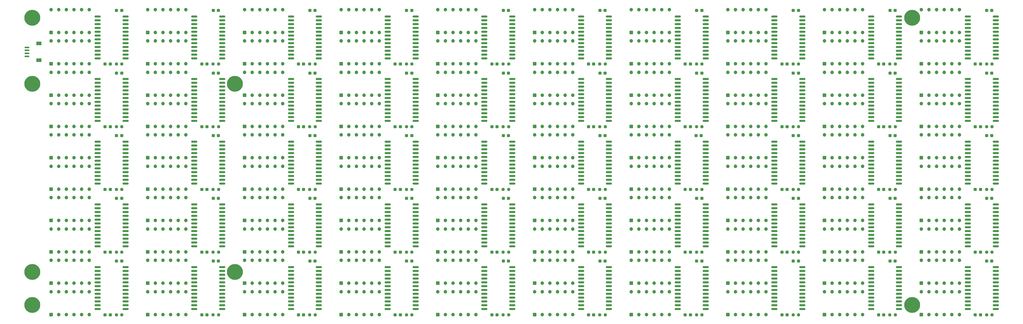
<source format=gbr>
%TF.GenerationSoftware,KiCad,Pcbnew,9.0.3*%
%TF.CreationDate,2025-08-19T04:26:06+03:00*%
%TF.ProjectId,wtf_clock,7774665f-636c-46f6-936b-2e6b69636164,rev?*%
%TF.SameCoordinates,Original*%
%TF.FileFunction,Soldermask,Bot*%
%TF.FilePolarity,Negative*%
%FSLAX46Y46*%
G04 Gerber Fmt 4.6, Leading zero omitted, Abs format (unit mm)*
G04 Created by KiCad (PCBNEW 9.0.3) date 2025-08-19 04:26:06*
%MOMM*%
%LPD*%
G01*
G04 APERTURE LIST*
G04 Aperture macros list*
%AMRoundRect*
0 Rectangle with rounded corners*
0 $1 Rounding radius*
0 $2 $3 $4 $5 $6 $7 $8 $9 X,Y pos of 4 corners*
0 Add a 4 corners polygon primitive as box body*
4,1,4,$2,$3,$4,$5,$6,$7,$8,$9,$2,$3,0*
0 Add four circle primitives for the rounded corners*
1,1,$1+$1,$2,$3*
1,1,$1+$1,$4,$5*
1,1,$1+$1,$6,$7*
1,1,$1+$1,$8,$9*
0 Add four rect primitives between the rounded corners*
20,1,$1+$1,$2,$3,$4,$5,0*
20,1,$1+$1,$4,$5,$6,$7,0*
20,1,$1+$1,$6,$7,$8,$9,0*
20,1,$1+$1,$8,$9,$2,$3,0*%
G04 Aperture macros list end*
%ADD10RoundRect,0.250000X-0.350000X-0.350000X0.350000X-0.350000X0.350000X0.350000X-0.350000X0.350000X0*%
%ADD11C,1.200000*%
%ADD12C,5.300000*%
%ADD13RoundRect,0.150000X-0.875000X-0.150000X0.875000X-0.150000X0.875000X0.150000X-0.875000X0.150000X0*%
%ADD14RoundRect,0.237500X0.250000X0.237500X-0.250000X0.237500X-0.250000X-0.237500X0.250000X-0.237500X0*%
%ADD15RoundRect,0.237500X-0.300000X-0.237500X0.300000X-0.237500X0.300000X0.237500X-0.300000X0.237500X0*%
%ADD16RoundRect,0.237500X0.300000X0.237500X-0.300000X0.237500X-0.300000X-0.237500X0.300000X-0.237500X0*%
%ADD17R,1.550000X0.600000*%
%ADD18R,1.800000X1.200000*%
G04 APERTURE END LIST*
D10*
%TO.C,HL12*%
X267350000Y-114010000D03*
D11*
X269890000Y-114010000D03*
X272430000Y-114010000D03*
X274970000Y-114010000D03*
X277510000Y-114010000D03*
X280050000Y-114010000D03*
X280050000Y-106390000D03*
X277510000Y-106390000D03*
X274970000Y-106390000D03*
X272430000Y-106390000D03*
X269890000Y-106390000D03*
X267350000Y-106390000D03*
%TD*%
D10*
%TO.C,HL89*%
X235150000Y-187160000D03*
D11*
X237690000Y-187160000D03*
X240230000Y-187160000D03*
X242770000Y-187160000D03*
X245310000Y-187160000D03*
X247850000Y-187160000D03*
X247850000Y-179540000D03*
X245310000Y-179540000D03*
X242770000Y-179540000D03*
X240230000Y-179540000D03*
X237690000Y-179540000D03*
X235150000Y-179540000D03*
%TD*%
D10*
%TO.C,HL5*%
X170750000Y-103560000D03*
D11*
X173290000Y-103560000D03*
X175830000Y-103560000D03*
X178370000Y-103560000D03*
X180910000Y-103560000D03*
X183450000Y-103560000D03*
X183450000Y-95940000D03*
X180910000Y-95940000D03*
X178370000Y-95940000D03*
X175830000Y-95940000D03*
X173290000Y-95940000D03*
X170750000Y-95940000D03*
%TD*%
D10*
%TO.C,HL62*%
X396150000Y-176710000D03*
D11*
X398690000Y-176710000D03*
X401230000Y-176710000D03*
X403770000Y-176710000D03*
X406310000Y-176710000D03*
X408850000Y-176710000D03*
X408850000Y-169090000D03*
X406310000Y-169090000D03*
X403770000Y-169090000D03*
X401230000Y-169090000D03*
X398690000Y-169090000D03*
X396150000Y-169090000D03*
%TD*%
D10*
%TO.C,HL14*%
X299550000Y-114010000D03*
D11*
X302090000Y-114010000D03*
X304630000Y-114010000D03*
X307170000Y-114010000D03*
X309710000Y-114010000D03*
X312250000Y-114010000D03*
X312250000Y-106390000D03*
X309710000Y-106390000D03*
X307170000Y-106390000D03*
X304630000Y-106390000D03*
X302090000Y-106390000D03*
X299550000Y-106390000D03*
%TD*%
D10*
%TO.C,HL49*%
X235150000Y-145360000D03*
D11*
X237690000Y-145360000D03*
X240230000Y-145360000D03*
X242770000Y-145360000D03*
X245310000Y-145360000D03*
X247850000Y-145360000D03*
X247850000Y-137740000D03*
X245310000Y-137740000D03*
X242770000Y-137740000D03*
X240230000Y-137740000D03*
X237690000Y-137740000D03*
X235150000Y-137740000D03*
%TD*%
D10*
%TO.C,HL93*%
X299550000Y-187160000D03*
D11*
X302090000Y-187160000D03*
X304630000Y-187160000D03*
X307170000Y-187160000D03*
X309710000Y-187160000D03*
X312250000Y-187160000D03*
X312250000Y-179540000D03*
X309710000Y-179540000D03*
X307170000Y-179540000D03*
X304630000Y-179540000D03*
X302090000Y-179540000D03*
X299550000Y-179540000D03*
%TD*%
D10*
%TO.C,HL26*%
X331750000Y-134910000D03*
D11*
X334290000Y-134910000D03*
X336830000Y-134910000D03*
X339370000Y-134910000D03*
X341910000Y-134910000D03*
X344450000Y-134910000D03*
X344450000Y-127290000D03*
X341910000Y-127290000D03*
X339370000Y-127290000D03*
X336830000Y-127290000D03*
X334290000Y-127290000D03*
X331750000Y-127290000D03*
%TD*%
D10*
%TO.C,HL90*%
X235150000Y-197610000D03*
D11*
X237690000Y-197610000D03*
X240230000Y-197610000D03*
X242770000Y-197610000D03*
X245310000Y-197610000D03*
X247850000Y-197610000D03*
X247850000Y-189990000D03*
X245310000Y-189990000D03*
X242770000Y-189990000D03*
X240230000Y-189990000D03*
X237690000Y-189990000D03*
X235150000Y-189990000D03*
%TD*%
D10*
%TO.C,HL97*%
X363950000Y-187160000D03*
D11*
X366490000Y-187160000D03*
X369030000Y-187160000D03*
X371570000Y-187160000D03*
X374110000Y-187160000D03*
X376650000Y-187160000D03*
X376650000Y-179540000D03*
X374110000Y-179540000D03*
X371570000Y-179540000D03*
X369030000Y-179540000D03*
X366490000Y-179540000D03*
X363950000Y-179540000D03*
%TD*%
D10*
%TO.C,HL81*%
X106350000Y-187160000D03*
D11*
X108890000Y-187160000D03*
X111430000Y-187160000D03*
X113970000Y-187160000D03*
X116510000Y-187160000D03*
X119050000Y-187160000D03*
X119050000Y-179540000D03*
X116510000Y-179540000D03*
X113970000Y-179540000D03*
X111430000Y-179540000D03*
X108890000Y-179540000D03*
X106350000Y-179540000D03*
%TD*%
D10*
%TO.C,HL82*%
X106350000Y-197610000D03*
D11*
X108890000Y-197610000D03*
X111430000Y-197610000D03*
X113970000Y-197610000D03*
X116510000Y-197610000D03*
X119050000Y-197610000D03*
X119050000Y-189990000D03*
X116510000Y-189990000D03*
X113970000Y-189990000D03*
X111430000Y-189990000D03*
X108890000Y-189990000D03*
X106350000Y-189990000D03*
%TD*%
D10*
%TO.C,HL6*%
X170750000Y-114010000D03*
D11*
X173290000Y-114010000D03*
X175830000Y-114010000D03*
X178370000Y-114010000D03*
X180910000Y-114010000D03*
X183450000Y-114010000D03*
X183450000Y-106390000D03*
X180910000Y-106390000D03*
X178370000Y-106390000D03*
X175830000Y-106390000D03*
X173290000Y-106390000D03*
X170750000Y-106390000D03*
%TD*%
D10*
%TO.C,HL73*%
X202950000Y-166260000D03*
D11*
X205490000Y-166260000D03*
X208030000Y-166260000D03*
X210570000Y-166260000D03*
X213110000Y-166260000D03*
X215650000Y-166260000D03*
X215650000Y-158640000D03*
X213110000Y-158640000D03*
X210570000Y-158640000D03*
X208030000Y-158640000D03*
X205490000Y-158640000D03*
X202950000Y-158640000D03*
%TD*%
D10*
%TO.C,HL48*%
X202950000Y-155810000D03*
D11*
X205490000Y-155810000D03*
X208030000Y-155810000D03*
X210570000Y-155810000D03*
X213110000Y-155810000D03*
X215650000Y-155810000D03*
X215650000Y-148190000D03*
X213110000Y-148190000D03*
X210570000Y-148190000D03*
X208030000Y-148190000D03*
X205490000Y-148190000D03*
X202950000Y-148190000D03*
%TD*%
D10*
%TO.C,HL96*%
X331750000Y-197610000D03*
D11*
X334290000Y-197610000D03*
X336830000Y-197610000D03*
X339370000Y-197610000D03*
X341910000Y-197610000D03*
X344450000Y-197610000D03*
X344450000Y-189990000D03*
X341910000Y-189990000D03*
X339370000Y-189990000D03*
X336830000Y-189990000D03*
X334290000Y-189990000D03*
X331750000Y-189990000D03*
%TD*%
D10*
%TO.C,HL65*%
X331750000Y-166260000D03*
D11*
X334290000Y-166260000D03*
X336830000Y-166260000D03*
X339370000Y-166260000D03*
X341910000Y-166260000D03*
X344450000Y-166260000D03*
X344450000Y-158640000D03*
X341910000Y-158640000D03*
X339370000Y-158640000D03*
X336830000Y-158640000D03*
X334290000Y-158640000D03*
X331750000Y-158640000D03*
%TD*%
D10*
%TO.C,HL76*%
X170750000Y-176710000D03*
D11*
X173290000Y-176710000D03*
X175830000Y-176710000D03*
X178370000Y-176710000D03*
X180910000Y-176710000D03*
X183450000Y-176710000D03*
X183450000Y-169090000D03*
X180910000Y-169090000D03*
X178370000Y-169090000D03*
X175830000Y-169090000D03*
X173290000Y-169090000D03*
X170750000Y-169090000D03*
%TD*%
D10*
%TO.C,HL10*%
X235150000Y-114010000D03*
D11*
X237690000Y-114010000D03*
X240230000Y-114010000D03*
X242770000Y-114010000D03*
X245310000Y-114010000D03*
X247850000Y-114010000D03*
X247850000Y-106390000D03*
X245310000Y-106390000D03*
X242770000Y-106390000D03*
X240230000Y-106390000D03*
X237690000Y-106390000D03*
X235150000Y-106390000D03*
%TD*%
D10*
%TO.C,HL35*%
X170750000Y-124460000D03*
D11*
X173290000Y-124460000D03*
X175830000Y-124460000D03*
X178370000Y-124460000D03*
X180910000Y-124460000D03*
X183450000Y-124460000D03*
X183450000Y-116840000D03*
X180910000Y-116840000D03*
X178370000Y-116840000D03*
X175830000Y-116840000D03*
X173290000Y-116840000D03*
X170750000Y-116840000D03*
%TD*%
D10*
%TO.C,HL75*%
X170750000Y-166260000D03*
D11*
X173290000Y-166260000D03*
X175830000Y-166260000D03*
X178370000Y-166260000D03*
X180910000Y-166260000D03*
X183450000Y-166260000D03*
X183450000Y-158640000D03*
X180910000Y-158640000D03*
X178370000Y-158640000D03*
X175830000Y-158640000D03*
X173290000Y-158640000D03*
X170750000Y-158640000D03*
%TD*%
D10*
%TO.C,HL39*%
X106350000Y-124460000D03*
D11*
X108890000Y-124460000D03*
X111430000Y-124460000D03*
X113970000Y-124460000D03*
X116510000Y-124460000D03*
X119050000Y-124460000D03*
X119050000Y-116840000D03*
X116510000Y-116840000D03*
X113970000Y-116840000D03*
X111430000Y-116840000D03*
X108890000Y-116840000D03*
X106350000Y-116840000D03*
%TD*%
D12*
%TO.C,M7*%
X100100000Y-98650000D03*
%TD*%
D10*
%TO.C,HL69*%
X267350000Y-166260000D03*
D11*
X269890000Y-166260000D03*
X272430000Y-166260000D03*
X274970000Y-166260000D03*
X277510000Y-166260000D03*
X280050000Y-166260000D03*
X280050000Y-158640000D03*
X277510000Y-158640000D03*
X274970000Y-158640000D03*
X272430000Y-158640000D03*
X269890000Y-158640000D03*
X267350000Y-158640000D03*
%TD*%
D10*
%TO.C,HL23*%
X363950000Y-124460000D03*
D11*
X366490000Y-124460000D03*
X369030000Y-124460000D03*
X371570000Y-124460000D03*
X374110000Y-124460000D03*
X376650000Y-124460000D03*
X376650000Y-116840000D03*
X374110000Y-116840000D03*
X371570000Y-116840000D03*
X369030000Y-116840000D03*
X366490000Y-116840000D03*
X363950000Y-116840000D03*
%TD*%
D10*
%TO.C,HL99*%
X396150000Y-187160000D03*
D11*
X398690000Y-187160000D03*
X401230000Y-187160000D03*
X403770000Y-187160000D03*
X406310000Y-187160000D03*
X408850000Y-187160000D03*
X408850000Y-179540000D03*
X406310000Y-179540000D03*
X403770000Y-179540000D03*
X401230000Y-179540000D03*
X398690000Y-179540000D03*
X396150000Y-179540000D03*
%TD*%
D10*
%TO.C,HL22*%
X396150000Y-134910000D03*
D11*
X398690000Y-134910000D03*
X401230000Y-134910000D03*
X403770000Y-134910000D03*
X406310000Y-134910000D03*
X408850000Y-134910000D03*
X408850000Y-127290000D03*
X406310000Y-127290000D03*
X403770000Y-127290000D03*
X401230000Y-127290000D03*
X398690000Y-127290000D03*
X396150000Y-127290000D03*
%TD*%
D12*
%TO.C,M8*%
X393100000Y-98650000D03*
%TD*%
D10*
%TO.C,HL52*%
X267350000Y-155810000D03*
D11*
X269890000Y-155810000D03*
X272430000Y-155810000D03*
X274970000Y-155810000D03*
X277510000Y-155810000D03*
X280050000Y-155810000D03*
X280050000Y-148190000D03*
X277510000Y-148190000D03*
X274970000Y-148190000D03*
X272430000Y-148190000D03*
X269890000Y-148190000D03*
X267350000Y-148190000D03*
%TD*%
D10*
%TO.C,HL71*%
X235150000Y-166260000D03*
D11*
X237690000Y-166260000D03*
X240230000Y-166260000D03*
X242770000Y-166260000D03*
X245310000Y-166260000D03*
X247850000Y-166260000D03*
X247850000Y-158640000D03*
X245310000Y-158640000D03*
X242770000Y-158640000D03*
X240230000Y-158640000D03*
X237690000Y-158640000D03*
X235150000Y-158640000D03*
%TD*%
D10*
%TO.C,HL33*%
X202950000Y-124460000D03*
D11*
X205490000Y-124460000D03*
X208030000Y-124460000D03*
X210570000Y-124460000D03*
X213110000Y-124460000D03*
X215650000Y-124460000D03*
X215650000Y-116840000D03*
X213110000Y-116840000D03*
X210570000Y-116840000D03*
X208030000Y-116840000D03*
X205490000Y-116840000D03*
X202950000Y-116840000D03*
%TD*%
D10*
%TO.C,HL80*%
X106350000Y-176710000D03*
D11*
X108890000Y-176710000D03*
X111430000Y-176710000D03*
X113970000Y-176710000D03*
X116510000Y-176710000D03*
X119050000Y-176710000D03*
X119050000Y-169090000D03*
X116510000Y-169090000D03*
X113970000Y-169090000D03*
X111430000Y-169090000D03*
X108890000Y-169090000D03*
X106350000Y-169090000D03*
%TD*%
D10*
%TO.C,HL16*%
X331750000Y-114010000D03*
D11*
X334290000Y-114010000D03*
X336830000Y-114010000D03*
X339370000Y-114010000D03*
X341910000Y-114010000D03*
X344450000Y-114010000D03*
X344450000Y-106390000D03*
X341910000Y-106390000D03*
X339370000Y-106390000D03*
X336830000Y-106390000D03*
X334290000Y-106390000D03*
X331750000Y-106390000D03*
%TD*%
D10*
%TO.C,HL88*%
X202950000Y-197610000D03*
D11*
X205490000Y-197610000D03*
X208030000Y-197610000D03*
X210570000Y-197610000D03*
X213110000Y-197610000D03*
X215650000Y-197610000D03*
X215650000Y-189990000D03*
X213110000Y-189990000D03*
X210570000Y-189990000D03*
X208030000Y-189990000D03*
X205490000Y-189990000D03*
X202950000Y-189990000D03*
%TD*%
D10*
%TO.C,HL43*%
X138550000Y-145360000D03*
D11*
X141090000Y-145360000D03*
X143630000Y-145360000D03*
X146170000Y-145360000D03*
X148710000Y-145360000D03*
X151250000Y-145360000D03*
X151250000Y-137740000D03*
X148710000Y-137740000D03*
X146170000Y-137740000D03*
X143630000Y-137740000D03*
X141090000Y-137740000D03*
X138550000Y-137740000D03*
%TD*%
D10*
%TO.C,HL28*%
X299550000Y-134910000D03*
D11*
X302090000Y-134910000D03*
X304630000Y-134910000D03*
X307170000Y-134910000D03*
X309710000Y-134910000D03*
X312250000Y-134910000D03*
X312250000Y-127290000D03*
X309710000Y-127290000D03*
X307170000Y-127290000D03*
X304630000Y-127290000D03*
X302090000Y-127290000D03*
X299550000Y-127290000D03*
%TD*%
D12*
%TO.C,M2*%
X167600000Y-120650000D03*
%TD*%
D10*
%TO.C,HL18*%
X363950000Y-114010000D03*
D11*
X366490000Y-114010000D03*
X369030000Y-114010000D03*
X371570000Y-114010000D03*
X374110000Y-114010000D03*
X376650000Y-114010000D03*
X376650000Y-106390000D03*
X374110000Y-106390000D03*
X371570000Y-106390000D03*
X369030000Y-106390000D03*
X366490000Y-106390000D03*
X363950000Y-106390000D03*
%TD*%
D10*
%TO.C,HL4*%
X138550000Y-114010000D03*
D11*
X141090000Y-114010000D03*
X143630000Y-114010000D03*
X146170000Y-114010000D03*
X148710000Y-114010000D03*
X151250000Y-114010000D03*
X151250000Y-106390000D03*
X148710000Y-106390000D03*
X146170000Y-106390000D03*
X143630000Y-106390000D03*
X141090000Y-106390000D03*
X138550000Y-106390000D03*
%TD*%
D10*
%TO.C,HL59*%
X396150000Y-145360000D03*
D11*
X398690000Y-145360000D03*
X401230000Y-145360000D03*
X403770000Y-145360000D03*
X406310000Y-145360000D03*
X408850000Y-145360000D03*
X408850000Y-137740000D03*
X406310000Y-137740000D03*
X403770000Y-137740000D03*
X401230000Y-137740000D03*
X398690000Y-137740000D03*
X396150000Y-137740000D03*
%TD*%
D10*
%TO.C,HL44*%
X138550000Y-155810000D03*
D11*
X141090000Y-155810000D03*
X143630000Y-155810000D03*
X146170000Y-155810000D03*
X148710000Y-155810000D03*
X151250000Y-155810000D03*
X151250000Y-148190000D03*
X148710000Y-148190000D03*
X146170000Y-148190000D03*
X143630000Y-148190000D03*
X141090000Y-148190000D03*
X138550000Y-148190000D03*
%TD*%
D10*
%TO.C,HL83*%
X138550000Y-187160000D03*
D11*
X141090000Y-187160000D03*
X143630000Y-187160000D03*
X146170000Y-187160000D03*
X148710000Y-187160000D03*
X151250000Y-187160000D03*
X151250000Y-179540000D03*
X148710000Y-179540000D03*
X146170000Y-179540000D03*
X143630000Y-179540000D03*
X141090000Y-179540000D03*
X138550000Y-179540000D03*
%TD*%
D10*
%TO.C,HL70*%
X267350000Y-176710000D03*
D11*
X269890000Y-176710000D03*
X272430000Y-176710000D03*
X274970000Y-176710000D03*
X277510000Y-176710000D03*
X280050000Y-176710000D03*
X280050000Y-169090000D03*
X277510000Y-169090000D03*
X274970000Y-169090000D03*
X272430000Y-169090000D03*
X269890000Y-169090000D03*
X267350000Y-169090000D03*
%TD*%
D10*
%TO.C,HL31*%
X235150000Y-124460000D03*
D11*
X237690000Y-124460000D03*
X240230000Y-124460000D03*
X242770000Y-124460000D03*
X245310000Y-124460000D03*
X247850000Y-124460000D03*
X247850000Y-116840000D03*
X245310000Y-116840000D03*
X242770000Y-116840000D03*
X240230000Y-116840000D03*
X237690000Y-116840000D03*
X235150000Y-116840000D03*
%TD*%
D10*
%TO.C,HL61*%
X396150000Y-166260000D03*
D11*
X398690000Y-166260000D03*
X401230000Y-166260000D03*
X403770000Y-166260000D03*
X406310000Y-166260000D03*
X408850000Y-166260000D03*
X408850000Y-158640000D03*
X406310000Y-158640000D03*
X403770000Y-158640000D03*
X401230000Y-158640000D03*
X398690000Y-158640000D03*
X396150000Y-158640000D03*
%TD*%
D10*
%TO.C,HL79*%
X106350000Y-166260000D03*
D11*
X108890000Y-166260000D03*
X111430000Y-166260000D03*
X113970000Y-166260000D03*
X116510000Y-166260000D03*
X119050000Y-166260000D03*
X119050000Y-158640000D03*
X116510000Y-158640000D03*
X113970000Y-158640000D03*
X111430000Y-158640000D03*
X108890000Y-158640000D03*
X106350000Y-158640000D03*
%TD*%
D10*
%TO.C,HL85*%
X170750000Y-187160000D03*
D11*
X173290000Y-187160000D03*
X175830000Y-187160000D03*
X178370000Y-187160000D03*
X180910000Y-187160000D03*
X183450000Y-187160000D03*
X183450000Y-179540000D03*
X180910000Y-179540000D03*
X178370000Y-179540000D03*
X175830000Y-179540000D03*
X173290000Y-179540000D03*
X170750000Y-179540000D03*
%TD*%
D10*
%TO.C,HL98*%
X363950000Y-197610000D03*
D11*
X366490000Y-197610000D03*
X369030000Y-197610000D03*
X371570000Y-197610000D03*
X374110000Y-197610000D03*
X376650000Y-197610000D03*
X376650000Y-189990000D03*
X374110000Y-189990000D03*
X371570000Y-189990000D03*
X369030000Y-189990000D03*
X366490000Y-189990000D03*
X363950000Y-189990000D03*
%TD*%
D10*
%TO.C,HL58*%
X363950000Y-155810000D03*
D11*
X366490000Y-155810000D03*
X369030000Y-155810000D03*
X371570000Y-155810000D03*
X374110000Y-155810000D03*
X376650000Y-155810000D03*
X376650000Y-148190000D03*
X374110000Y-148190000D03*
X371570000Y-148190000D03*
X369030000Y-148190000D03*
X366490000Y-148190000D03*
X363950000Y-148190000D03*
%TD*%
D10*
%TO.C,HL57*%
X363950000Y-145360000D03*
D11*
X366490000Y-145360000D03*
X369030000Y-145360000D03*
X371570000Y-145360000D03*
X374110000Y-145360000D03*
X376650000Y-145360000D03*
X376650000Y-137740000D03*
X374110000Y-137740000D03*
X371570000Y-137740000D03*
X369030000Y-137740000D03*
X366490000Y-137740000D03*
X363950000Y-137740000D03*
%TD*%
D12*
%TO.C,M3*%
X100100000Y-183400000D03*
%TD*%
%TO.C,M1*%
X167600000Y-183400000D03*
%TD*%
D10*
%TO.C,HL50*%
X235150000Y-155810000D03*
D11*
X237690000Y-155810000D03*
X240230000Y-155810000D03*
X242770000Y-155810000D03*
X245310000Y-155810000D03*
X247850000Y-155810000D03*
X247850000Y-148190000D03*
X245310000Y-148190000D03*
X242770000Y-148190000D03*
X240230000Y-148190000D03*
X237690000Y-148190000D03*
X235150000Y-148190000D03*
%TD*%
D10*
%TO.C,HL25*%
X331750000Y-124460000D03*
D11*
X334290000Y-124460000D03*
X336830000Y-124460000D03*
X339370000Y-124460000D03*
X341910000Y-124460000D03*
X344450000Y-124460000D03*
X344450000Y-116840000D03*
X341910000Y-116840000D03*
X339370000Y-116840000D03*
X336830000Y-116840000D03*
X334290000Y-116840000D03*
X331750000Y-116840000D03*
%TD*%
D10*
%TO.C,HL1*%
X106350000Y-103560000D03*
D11*
X108890000Y-103560000D03*
X111430000Y-103560000D03*
X113970000Y-103560000D03*
X116510000Y-103560000D03*
X119050000Y-103560000D03*
X119050000Y-95940000D03*
X116510000Y-95940000D03*
X113970000Y-95940000D03*
X111430000Y-95940000D03*
X108890000Y-95940000D03*
X106350000Y-95940000D03*
%TD*%
D12*
%TO.C,M6*%
X393100000Y-194400000D03*
%TD*%
D10*
%TO.C,HL8*%
X202950000Y-114010000D03*
D11*
X205490000Y-114010000D03*
X208030000Y-114010000D03*
X210570000Y-114010000D03*
X213110000Y-114010000D03*
X215650000Y-114010000D03*
X215650000Y-106390000D03*
X213110000Y-106390000D03*
X210570000Y-106390000D03*
X208030000Y-106390000D03*
X205490000Y-106390000D03*
X202950000Y-106390000D03*
%TD*%
D10*
%TO.C,HL46*%
X170750000Y-155810000D03*
D11*
X173290000Y-155810000D03*
X175830000Y-155810000D03*
X178370000Y-155810000D03*
X180910000Y-155810000D03*
X183450000Y-155810000D03*
X183450000Y-148190000D03*
X180910000Y-148190000D03*
X178370000Y-148190000D03*
X175830000Y-148190000D03*
X173290000Y-148190000D03*
X170750000Y-148190000D03*
%TD*%
D10*
%TO.C,HL42*%
X106350000Y-155810000D03*
D11*
X108890000Y-155810000D03*
X111430000Y-155810000D03*
X113970000Y-155810000D03*
X116510000Y-155810000D03*
X119050000Y-155810000D03*
X119050000Y-148190000D03*
X116510000Y-148190000D03*
X113970000Y-148190000D03*
X111430000Y-148190000D03*
X108890000Y-148190000D03*
X106350000Y-148190000D03*
%TD*%
D10*
%TO.C,HL38*%
X138550000Y-134910000D03*
D11*
X141090000Y-134910000D03*
X143630000Y-134910000D03*
X146170000Y-134910000D03*
X148710000Y-134910000D03*
X151250000Y-134910000D03*
X151250000Y-127290000D03*
X148710000Y-127290000D03*
X146170000Y-127290000D03*
X143630000Y-127290000D03*
X141090000Y-127290000D03*
X138550000Y-127290000D03*
%TD*%
D10*
%TO.C,HL13*%
X299550000Y-103560000D03*
D11*
X302090000Y-103560000D03*
X304630000Y-103560000D03*
X307170000Y-103560000D03*
X309710000Y-103560000D03*
X312250000Y-103560000D03*
X312250000Y-95940000D03*
X309710000Y-95940000D03*
X307170000Y-95940000D03*
X304630000Y-95940000D03*
X302090000Y-95940000D03*
X299550000Y-95940000D03*
%TD*%
D10*
%TO.C,HL74*%
X202950000Y-176710000D03*
D11*
X205490000Y-176710000D03*
X208030000Y-176710000D03*
X210570000Y-176710000D03*
X213110000Y-176710000D03*
X215650000Y-176710000D03*
X215650000Y-169090000D03*
X213110000Y-169090000D03*
X210570000Y-169090000D03*
X208030000Y-169090000D03*
X205490000Y-169090000D03*
X202950000Y-169090000D03*
%TD*%
D10*
%TO.C,HL94*%
X299550000Y-197610000D03*
D11*
X302090000Y-197610000D03*
X304630000Y-197610000D03*
X307170000Y-197610000D03*
X309710000Y-197610000D03*
X312250000Y-197610000D03*
X312250000Y-189990000D03*
X309710000Y-189990000D03*
X307170000Y-189990000D03*
X304630000Y-189990000D03*
X302090000Y-189990000D03*
X299550000Y-189990000D03*
%TD*%
D10*
%TO.C,HL27*%
X299550000Y-124460000D03*
D11*
X302090000Y-124460000D03*
X304630000Y-124460000D03*
X307170000Y-124460000D03*
X309710000Y-124460000D03*
X312250000Y-124460000D03*
X312250000Y-116840000D03*
X309710000Y-116840000D03*
X307170000Y-116840000D03*
X304630000Y-116840000D03*
X302090000Y-116840000D03*
X299550000Y-116840000D03*
%TD*%
D10*
%TO.C,HL40*%
X106350000Y-134910000D03*
D11*
X108890000Y-134910000D03*
X111430000Y-134910000D03*
X113970000Y-134910000D03*
X116510000Y-134910000D03*
X119050000Y-134910000D03*
X119050000Y-127290000D03*
X116510000Y-127290000D03*
X113970000Y-127290000D03*
X111430000Y-127290000D03*
X108890000Y-127290000D03*
X106350000Y-127290000D03*
%TD*%
D10*
%TO.C,HL91*%
X267350000Y-187160000D03*
D11*
X269890000Y-187160000D03*
X272430000Y-187160000D03*
X274970000Y-187160000D03*
X277510000Y-187160000D03*
X280050000Y-187160000D03*
X280050000Y-179540000D03*
X277510000Y-179540000D03*
X274970000Y-179540000D03*
X272430000Y-179540000D03*
X269890000Y-179540000D03*
X267350000Y-179540000D03*
%TD*%
D10*
%TO.C,HL86*%
X170750000Y-197610000D03*
D11*
X173290000Y-197610000D03*
X175830000Y-197610000D03*
X178370000Y-197610000D03*
X180910000Y-197610000D03*
X183450000Y-197610000D03*
X183450000Y-189990000D03*
X180910000Y-189990000D03*
X178370000Y-189990000D03*
X175830000Y-189990000D03*
X173290000Y-189990000D03*
X170750000Y-189990000D03*
%TD*%
D10*
%TO.C,HL68*%
X299550000Y-176710000D03*
D11*
X302090000Y-176710000D03*
X304630000Y-176710000D03*
X307170000Y-176710000D03*
X309710000Y-176710000D03*
X312250000Y-176710000D03*
X312250000Y-169090000D03*
X309710000Y-169090000D03*
X307170000Y-169090000D03*
X304630000Y-169090000D03*
X302090000Y-169090000D03*
X299550000Y-169090000D03*
%TD*%
D10*
%TO.C,HL63*%
X363950000Y-166260000D03*
D11*
X366490000Y-166260000D03*
X369030000Y-166260000D03*
X371570000Y-166260000D03*
X374110000Y-166260000D03*
X376650000Y-166260000D03*
X376650000Y-158640000D03*
X374110000Y-158640000D03*
X371570000Y-158640000D03*
X369030000Y-158640000D03*
X366490000Y-158640000D03*
X363950000Y-158640000D03*
%TD*%
D10*
%TO.C,HL72*%
X235150000Y-176710000D03*
D11*
X237690000Y-176710000D03*
X240230000Y-176710000D03*
X242770000Y-176710000D03*
X245310000Y-176710000D03*
X247850000Y-176710000D03*
X247850000Y-169090000D03*
X245310000Y-169090000D03*
X242770000Y-169090000D03*
X240230000Y-169090000D03*
X237690000Y-169090000D03*
X235150000Y-169090000D03*
%TD*%
D10*
%TO.C,HL56*%
X331750000Y-155810000D03*
D11*
X334290000Y-155810000D03*
X336830000Y-155810000D03*
X339370000Y-155810000D03*
X341910000Y-155810000D03*
X344450000Y-155810000D03*
X344450000Y-148190000D03*
X341910000Y-148190000D03*
X339370000Y-148190000D03*
X336830000Y-148190000D03*
X334290000Y-148190000D03*
X331750000Y-148190000D03*
%TD*%
D10*
%TO.C,HL19*%
X396150000Y-103560000D03*
D11*
X398690000Y-103560000D03*
X401230000Y-103560000D03*
X403770000Y-103560000D03*
X406310000Y-103560000D03*
X408850000Y-103560000D03*
X408850000Y-95940000D03*
X406310000Y-95940000D03*
X403770000Y-95940000D03*
X401230000Y-95940000D03*
X398690000Y-95940000D03*
X396150000Y-95940000D03*
%TD*%
D10*
%TO.C,HL11*%
X267350000Y-103560000D03*
D11*
X269890000Y-103560000D03*
X272430000Y-103560000D03*
X274970000Y-103560000D03*
X277510000Y-103560000D03*
X280050000Y-103560000D03*
X280050000Y-95940000D03*
X277510000Y-95940000D03*
X274970000Y-95940000D03*
X272430000Y-95940000D03*
X269890000Y-95940000D03*
X267350000Y-95940000D03*
%TD*%
D10*
%TO.C,HL15*%
X331750000Y-103560000D03*
D11*
X334290000Y-103560000D03*
X336830000Y-103560000D03*
X339370000Y-103560000D03*
X341910000Y-103560000D03*
X344450000Y-103560000D03*
X344450000Y-95940000D03*
X341910000Y-95940000D03*
X339370000Y-95940000D03*
X336830000Y-95940000D03*
X334290000Y-95940000D03*
X331750000Y-95940000D03*
%TD*%
D10*
%TO.C,HL2*%
X106350000Y-114010000D03*
D11*
X108890000Y-114010000D03*
X111430000Y-114010000D03*
X113970000Y-114010000D03*
X116510000Y-114010000D03*
X119050000Y-114010000D03*
X119050000Y-106390000D03*
X116510000Y-106390000D03*
X113970000Y-106390000D03*
X111430000Y-106390000D03*
X108890000Y-106390000D03*
X106350000Y-106390000D03*
%TD*%
D10*
%TO.C,HL32*%
X235150000Y-134910000D03*
D11*
X237690000Y-134910000D03*
X240230000Y-134910000D03*
X242770000Y-134910000D03*
X245310000Y-134910000D03*
X247850000Y-134910000D03*
X247850000Y-127290000D03*
X245310000Y-127290000D03*
X242770000Y-127290000D03*
X240230000Y-127290000D03*
X237690000Y-127290000D03*
X235150000Y-127290000D03*
%TD*%
D10*
%TO.C,HL37*%
X138550000Y-124460000D03*
D11*
X141090000Y-124460000D03*
X143630000Y-124460000D03*
X146170000Y-124460000D03*
X148710000Y-124460000D03*
X151250000Y-124460000D03*
X151250000Y-116840000D03*
X148710000Y-116840000D03*
X146170000Y-116840000D03*
X143630000Y-116840000D03*
X141090000Y-116840000D03*
X138550000Y-116840000D03*
%TD*%
D10*
%TO.C,HL17*%
X363950000Y-103560000D03*
D11*
X366490000Y-103560000D03*
X369030000Y-103560000D03*
X371570000Y-103560000D03*
X374110000Y-103560000D03*
X376650000Y-103560000D03*
X376650000Y-95940000D03*
X374110000Y-95940000D03*
X371570000Y-95940000D03*
X369030000Y-95940000D03*
X366490000Y-95940000D03*
X363950000Y-95940000D03*
%TD*%
D10*
%TO.C,HL92*%
X267350000Y-197610000D03*
D11*
X269890000Y-197610000D03*
X272430000Y-197610000D03*
X274970000Y-197610000D03*
X277510000Y-197610000D03*
X280050000Y-197610000D03*
X280050000Y-189990000D03*
X277510000Y-189990000D03*
X274970000Y-189990000D03*
X272430000Y-189990000D03*
X269890000Y-189990000D03*
X267350000Y-189990000D03*
%TD*%
D10*
%TO.C,HL51*%
X267350000Y-145360000D03*
D11*
X269890000Y-145360000D03*
X272430000Y-145360000D03*
X274970000Y-145360000D03*
X277510000Y-145360000D03*
X280050000Y-145360000D03*
X280050000Y-137740000D03*
X277510000Y-137740000D03*
X274970000Y-137740000D03*
X272430000Y-137740000D03*
X269890000Y-137740000D03*
X267350000Y-137740000D03*
%TD*%
D10*
%TO.C,HL53*%
X299550000Y-145360000D03*
D11*
X302090000Y-145360000D03*
X304630000Y-145360000D03*
X307170000Y-145360000D03*
X309710000Y-145360000D03*
X312250000Y-145360000D03*
X312250000Y-137740000D03*
X309710000Y-137740000D03*
X307170000Y-137740000D03*
X304630000Y-137740000D03*
X302090000Y-137740000D03*
X299550000Y-137740000D03*
%TD*%
D12*
%TO.C,M5*%
X100100000Y-194400000D03*
%TD*%
D10*
%TO.C,HL55*%
X331750000Y-145360000D03*
D11*
X334290000Y-145360000D03*
X336830000Y-145360000D03*
X339370000Y-145360000D03*
X341910000Y-145360000D03*
X344450000Y-145360000D03*
X344450000Y-137740000D03*
X341910000Y-137740000D03*
X339370000Y-137740000D03*
X336830000Y-137740000D03*
X334290000Y-137740000D03*
X331750000Y-137740000D03*
%TD*%
D10*
%TO.C,HL77*%
X138550000Y-166260000D03*
D11*
X141090000Y-166260000D03*
X143630000Y-166260000D03*
X146170000Y-166260000D03*
X148710000Y-166260000D03*
X151250000Y-166260000D03*
X151250000Y-158640000D03*
X148710000Y-158640000D03*
X146170000Y-158640000D03*
X143630000Y-158640000D03*
X141090000Y-158640000D03*
X138550000Y-158640000D03*
%TD*%
D10*
%TO.C,HL67*%
X299550000Y-166260000D03*
D11*
X302090000Y-166260000D03*
X304630000Y-166260000D03*
X307170000Y-166260000D03*
X309710000Y-166260000D03*
X312250000Y-166260000D03*
X312250000Y-158640000D03*
X309710000Y-158640000D03*
X307170000Y-158640000D03*
X304630000Y-158640000D03*
X302090000Y-158640000D03*
X299550000Y-158640000D03*
%TD*%
D10*
%TO.C,HL60*%
X396150000Y-155810000D03*
D11*
X398690000Y-155810000D03*
X401230000Y-155810000D03*
X403770000Y-155810000D03*
X406310000Y-155810000D03*
X408850000Y-155810000D03*
X408850000Y-148190000D03*
X406310000Y-148190000D03*
X403770000Y-148190000D03*
X401230000Y-148190000D03*
X398690000Y-148190000D03*
X396150000Y-148190000D03*
%TD*%
D10*
%TO.C,HL9*%
X235150000Y-103560000D03*
D11*
X237690000Y-103560000D03*
X240230000Y-103560000D03*
X242770000Y-103560000D03*
X245310000Y-103560000D03*
X247850000Y-103560000D03*
X247850000Y-95940000D03*
X245310000Y-95940000D03*
X242770000Y-95940000D03*
X240230000Y-95940000D03*
X237690000Y-95940000D03*
X235150000Y-95940000D03*
%TD*%
D10*
%TO.C,HL47*%
X202950000Y-145360000D03*
D11*
X205490000Y-145360000D03*
X208030000Y-145360000D03*
X210570000Y-145360000D03*
X213110000Y-145360000D03*
X215650000Y-145360000D03*
X215650000Y-137740000D03*
X213110000Y-137740000D03*
X210570000Y-137740000D03*
X208030000Y-137740000D03*
X205490000Y-137740000D03*
X202950000Y-137740000D03*
%TD*%
D10*
%TO.C,HL24*%
X363950000Y-134910000D03*
D11*
X366490000Y-134910000D03*
X369030000Y-134910000D03*
X371570000Y-134910000D03*
X374110000Y-134910000D03*
X376650000Y-134910000D03*
X376650000Y-127290000D03*
X374110000Y-127290000D03*
X371570000Y-127290000D03*
X369030000Y-127290000D03*
X366490000Y-127290000D03*
X363950000Y-127290000D03*
%TD*%
D10*
%TO.C,HL36*%
X170750000Y-134910000D03*
D11*
X173290000Y-134910000D03*
X175830000Y-134910000D03*
X178370000Y-134910000D03*
X180910000Y-134910000D03*
X183450000Y-134910000D03*
X183450000Y-127290000D03*
X180910000Y-127290000D03*
X178370000Y-127290000D03*
X175830000Y-127290000D03*
X173290000Y-127290000D03*
X170750000Y-127290000D03*
%TD*%
D10*
%TO.C,HL87*%
X202950000Y-187160000D03*
D11*
X205490000Y-187160000D03*
X208030000Y-187160000D03*
X210570000Y-187160000D03*
X213110000Y-187160000D03*
X215650000Y-187160000D03*
X215650000Y-179540000D03*
X213110000Y-179540000D03*
X210570000Y-179540000D03*
X208030000Y-179540000D03*
X205490000Y-179540000D03*
X202950000Y-179540000D03*
%TD*%
D10*
%TO.C,HL29*%
X267350000Y-124460000D03*
D11*
X269890000Y-124460000D03*
X272430000Y-124460000D03*
X274970000Y-124460000D03*
X277510000Y-124460000D03*
X280050000Y-124460000D03*
X280050000Y-116840000D03*
X277510000Y-116840000D03*
X274970000Y-116840000D03*
X272430000Y-116840000D03*
X269890000Y-116840000D03*
X267350000Y-116840000D03*
%TD*%
D10*
%TO.C,HL30*%
X267350000Y-134910000D03*
D11*
X269890000Y-134910000D03*
X272430000Y-134910000D03*
X274970000Y-134910000D03*
X277510000Y-134910000D03*
X280050000Y-134910000D03*
X280050000Y-127290000D03*
X277510000Y-127290000D03*
X274970000Y-127290000D03*
X272430000Y-127290000D03*
X269890000Y-127290000D03*
X267350000Y-127290000D03*
%TD*%
D10*
%TO.C,HL41*%
X106350000Y-145360000D03*
D11*
X108890000Y-145360000D03*
X111430000Y-145360000D03*
X113970000Y-145360000D03*
X116510000Y-145360000D03*
X119050000Y-145360000D03*
X119050000Y-137740000D03*
X116510000Y-137740000D03*
X113970000Y-137740000D03*
X111430000Y-137740000D03*
X108890000Y-137740000D03*
X106350000Y-137740000D03*
%TD*%
D10*
%TO.C,HL100*%
X396150000Y-197610000D03*
D11*
X398690000Y-197610000D03*
X401230000Y-197610000D03*
X403770000Y-197610000D03*
X406310000Y-197610000D03*
X408850000Y-197610000D03*
X408850000Y-189990000D03*
X406310000Y-189990000D03*
X403770000Y-189990000D03*
X401230000Y-189990000D03*
X398690000Y-189990000D03*
X396150000Y-189990000D03*
%TD*%
D10*
%TO.C,HL20*%
X396150000Y-114010000D03*
D11*
X398690000Y-114010000D03*
X401230000Y-114010000D03*
X403770000Y-114010000D03*
X406310000Y-114010000D03*
X408850000Y-114010000D03*
X408850000Y-106390000D03*
X406310000Y-106390000D03*
X403770000Y-106390000D03*
X401230000Y-106390000D03*
X398690000Y-106390000D03*
X396150000Y-106390000D03*
%TD*%
D10*
%TO.C,HL34*%
X202950000Y-134910000D03*
D11*
X205490000Y-134910000D03*
X208030000Y-134910000D03*
X210570000Y-134910000D03*
X213110000Y-134910000D03*
X215650000Y-134910000D03*
X215650000Y-127290000D03*
X213110000Y-127290000D03*
X210570000Y-127290000D03*
X208030000Y-127290000D03*
X205490000Y-127290000D03*
X202950000Y-127290000D03*
%TD*%
D10*
%TO.C,HL66*%
X331750000Y-176710000D03*
D11*
X334290000Y-176710000D03*
X336830000Y-176710000D03*
X339370000Y-176710000D03*
X341910000Y-176710000D03*
X344450000Y-176710000D03*
X344450000Y-169090000D03*
X341910000Y-169090000D03*
X339370000Y-169090000D03*
X336830000Y-169090000D03*
X334290000Y-169090000D03*
X331750000Y-169090000D03*
%TD*%
D10*
%TO.C,HL3*%
X138550000Y-103560000D03*
D11*
X141090000Y-103560000D03*
X143630000Y-103560000D03*
X146170000Y-103560000D03*
X148710000Y-103560000D03*
X151250000Y-103560000D03*
X151250000Y-95940000D03*
X148710000Y-95940000D03*
X146170000Y-95940000D03*
X143630000Y-95940000D03*
X141090000Y-95940000D03*
X138550000Y-95940000D03*
%TD*%
D10*
%TO.C,HL64*%
X363950000Y-176710000D03*
D11*
X366490000Y-176710000D03*
X369030000Y-176710000D03*
X371570000Y-176710000D03*
X374110000Y-176710000D03*
X376650000Y-176710000D03*
X376650000Y-169090000D03*
X374110000Y-169090000D03*
X371570000Y-169090000D03*
X369030000Y-169090000D03*
X366490000Y-169090000D03*
X363950000Y-169090000D03*
%TD*%
D10*
%TO.C,HL45*%
X170750000Y-145360000D03*
D11*
X173290000Y-145360000D03*
X175830000Y-145360000D03*
X178370000Y-145360000D03*
X180910000Y-145360000D03*
X183450000Y-145360000D03*
X183450000Y-137740000D03*
X180910000Y-137740000D03*
X178370000Y-137740000D03*
X175830000Y-137740000D03*
X173290000Y-137740000D03*
X170750000Y-137740000D03*
%TD*%
D10*
%TO.C,HL21*%
X396150000Y-124460000D03*
D11*
X398690000Y-124460000D03*
X401230000Y-124460000D03*
X403770000Y-124460000D03*
X406310000Y-124460000D03*
X408850000Y-124460000D03*
X408850000Y-116840000D03*
X406310000Y-116840000D03*
X403770000Y-116840000D03*
X401230000Y-116840000D03*
X398690000Y-116840000D03*
X396150000Y-116840000D03*
%TD*%
D10*
%TO.C,HL95*%
X331750000Y-187160000D03*
D11*
X334290000Y-187160000D03*
X336830000Y-187160000D03*
X339370000Y-187160000D03*
X341910000Y-187160000D03*
X344450000Y-187160000D03*
X344450000Y-179540000D03*
X341910000Y-179540000D03*
X339370000Y-179540000D03*
X336830000Y-179540000D03*
X334290000Y-179540000D03*
X331750000Y-179540000D03*
%TD*%
D10*
%TO.C,HL78*%
X138550000Y-176710000D03*
D11*
X141090000Y-176710000D03*
X143630000Y-176710000D03*
X146170000Y-176710000D03*
X148710000Y-176710000D03*
X151250000Y-176710000D03*
X151250000Y-169090000D03*
X148710000Y-169090000D03*
X146170000Y-169090000D03*
X143630000Y-169090000D03*
X141090000Y-169090000D03*
X138550000Y-169090000D03*
%TD*%
D12*
%TO.C,M4*%
X100100000Y-120650000D03*
%TD*%
D10*
%TO.C,HL54*%
X299550000Y-155810000D03*
D11*
X302090000Y-155810000D03*
X304630000Y-155810000D03*
X307170000Y-155810000D03*
X309710000Y-155810000D03*
X312250000Y-155810000D03*
X312250000Y-148190000D03*
X309710000Y-148190000D03*
X307170000Y-148190000D03*
X304630000Y-148190000D03*
X302090000Y-148190000D03*
X299550000Y-148190000D03*
%TD*%
D10*
%TO.C,HL7*%
X202950000Y-103560000D03*
D11*
X205490000Y-103560000D03*
X208030000Y-103560000D03*
X210570000Y-103560000D03*
X213110000Y-103560000D03*
X215650000Y-103560000D03*
X215650000Y-95940000D03*
X213110000Y-95940000D03*
X210570000Y-95940000D03*
X208030000Y-95940000D03*
X205490000Y-95940000D03*
X202950000Y-95940000D03*
%TD*%
D10*
%TO.C,HL84*%
X138550000Y-197610000D03*
D11*
X141090000Y-197610000D03*
X143630000Y-197610000D03*
X146170000Y-197610000D03*
X148710000Y-197610000D03*
X151250000Y-197610000D03*
X151250000Y-189990000D03*
X148710000Y-189990000D03*
X146170000Y-189990000D03*
X143630000Y-189990000D03*
X141090000Y-189990000D03*
X138550000Y-189990000D03*
%TD*%
D13*
%TO.C,U23*%
X186250000Y-153985000D03*
X186250000Y-152715000D03*
X186250000Y-151445000D03*
X186250000Y-150175000D03*
X186250000Y-148905000D03*
X186250000Y-147635000D03*
X186250000Y-146365000D03*
X186250000Y-145095000D03*
X186250000Y-143825000D03*
X186250000Y-142555000D03*
X186250000Y-141285000D03*
X186250000Y-140015000D03*
X195550000Y-140015000D03*
X195550000Y-141285000D03*
X195550000Y-142555000D03*
X195550000Y-143825000D03*
X195550000Y-145095000D03*
X195550000Y-146365000D03*
X195550000Y-147635000D03*
X195550000Y-148905000D03*
X195550000Y-150175000D03*
X195550000Y-151445000D03*
X195550000Y-152715000D03*
X195550000Y-153985000D03*
%TD*%
D14*
%TO.C,R33*%
X355312500Y-176800000D03*
X353487500Y-176800000D03*
%TD*%
D15*
%TO.C,C50*%
X253137500Y-155900000D03*
X254862500Y-155900000D03*
%TD*%
D13*
%TO.C,U50*%
X411650000Y-195785000D03*
X411650000Y-194515000D03*
X411650000Y-193245000D03*
X411650000Y-191975000D03*
X411650000Y-190705000D03*
X411650000Y-189435000D03*
X411650000Y-188165000D03*
X411650000Y-186895000D03*
X411650000Y-185625000D03*
X411650000Y-184355000D03*
X411650000Y-183085000D03*
X411650000Y-181815000D03*
X420950000Y-181815000D03*
X420950000Y-183085000D03*
X420950000Y-184355000D03*
X420950000Y-185625000D03*
X420950000Y-186895000D03*
X420950000Y-188165000D03*
X420950000Y-189435000D03*
X420950000Y-190705000D03*
X420950000Y-191975000D03*
X420950000Y-193245000D03*
X420950000Y-194515000D03*
X420950000Y-195785000D03*
%TD*%
D15*
%TO.C,C34*%
X220937500Y-135000000D03*
X222662500Y-135000000D03*
%TD*%
D16*
%TO.C,C71*%
X258662500Y-158900000D03*
X256937500Y-158900000D03*
%TD*%
D13*
%TO.C,U32*%
X379450000Y-174885000D03*
X379450000Y-173615000D03*
X379450000Y-172345000D03*
X379450000Y-171075000D03*
X379450000Y-169805000D03*
X379450000Y-168535000D03*
X379450000Y-167265000D03*
X379450000Y-165995000D03*
X379450000Y-164725000D03*
X379450000Y-163455000D03*
X379450000Y-162185000D03*
X379450000Y-160915000D03*
X388750000Y-160915000D03*
X388750000Y-162185000D03*
X388750000Y-163455000D03*
X388750000Y-164725000D03*
X388750000Y-165995000D03*
X388750000Y-167265000D03*
X388750000Y-168535000D03*
X388750000Y-169805000D03*
X388750000Y-171075000D03*
X388750000Y-172345000D03*
X388750000Y-173615000D03*
X388750000Y-174885000D03*
%TD*%
D15*
%TO.C,C56*%
X349737500Y-155900000D03*
X351462500Y-155900000D03*
%TD*%
%TO.C,C82*%
X124337500Y-197700000D03*
X126062500Y-197700000D03*
%TD*%
D16*
%TO.C,C93*%
X323062500Y-179800000D03*
X321337500Y-179800000D03*
%TD*%
D14*
%TO.C,R5*%
X258712500Y-114100000D03*
X256887500Y-114100000D03*
%TD*%
%TO.C,R45*%
X258712500Y-197700000D03*
X256887500Y-197700000D03*
%TD*%
D15*
%TO.C,C54*%
X317537500Y-155900000D03*
X319262500Y-155900000D03*
%TD*%
D13*
%TO.C,U3*%
X186250000Y-112185000D03*
X186250000Y-110915000D03*
X186250000Y-109645000D03*
X186250000Y-108375000D03*
X186250000Y-107105000D03*
X186250000Y-105835000D03*
X186250000Y-104565000D03*
X186250000Y-103295000D03*
X186250000Y-102025000D03*
X186250000Y-100755000D03*
X186250000Y-99485000D03*
X186250000Y-98215000D03*
X195550000Y-98215000D03*
X195550000Y-99485000D03*
X195550000Y-100755000D03*
X195550000Y-102025000D03*
X195550000Y-103295000D03*
X195550000Y-104565000D03*
X195550000Y-105835000D03*
X195550000Y-107105000D03*
X195550000Y-108375000D03*
X195550000Y-109645000D03*
X195550000Y-110915000D03*
X195550000Y-112185000D03*
%TD*%
%TO.C,U2*%
X154050000Y-112185000D03*
X154050000Y-110915000D03*
X154050000Y-109645000D03*
X154050000Y-108375000D03*
X154050000Y-107105000D03*
X154050000Y-105835000D03*
X154050000Y-104565000D03*
X154050000Y-103295000D03*
X154050000Y-102025000D03*
X154050000Y-100755000D03*
X154050000Y-99485000D03*
X154050000Y-98215000D03*
X163350000Y-98215000D03*
X163350000Y-99485000D03*
X163350000Y-100755000D03*
X163350000Y-102025000D03*
X163350000Y-103295000D03*
X163350000Y-104565000D03*
X163350000Y-105835000D03*
X163350000Y-107105000D03*
X163350000Y-108375000D03*
X163350000Y-109645000D03*
X163350000Y-110915000D03*
X163350000Y-112185000D03*
%TD*%
D15*
%TO.C,C78*%
X156537500Y-176800000D03*
X158262500Y-176800000D03*
%TD*%
%TO.C,C90*%
X253137500Y-197700000D03*
X254862500Y-197700000D03*
%TD*%
%TO.C,C96*%
X353537500Y-179800000D03*
X355262500Y-179800000D03*
%TD*%
D16*
%TO.C,C73*%
X226462500Y-158900000D03*
X224737500Y-158900000D03*
%TD*%
D14*
%TO.C,R24*%
X226512500Y-155900000D03*
X224687500Y-155900000D03*
%TD*%
D15*
%TO.C,C20*%
X414137500Y-114100000D03*
X415862500Y-114100000D03*
%TD*%
D13*
%TO.C,U40*%
X121850000Y-174885000D03*
X121850000Y-173615000D03*
X121850000Y-172345000D03*
X121850000Y-171075000D03*
X121850000Y-169805000D03*
X121850000Y-168535000D03*
X121850000Y-167265000D03*
X121850000Y-165995000D03*
X121850000Y-164725000D03*
X121850000Y-163455000D03*
X121850000Y-162185000D03*
X121850000Y-160915000D03*
X131150000Y-160915000D03*
X131150000Y-162185000D03*
X131150000Y-163455000D03*
X131150000Y-164725000D03*
X131150000Y-165995000D03*
X131150000Y-167265000D03*
X131150000Y-168535000D03*
X131150000Y-169805000D03*
X131150000Y-171075000D03*
X131150000Y-172345000D03*
X131150000Y-173615000D03*
X131150000Y-174885000D03*
%TD*%
D16*
%TO.C,C99*%
X419662500Y-179800000D03*
X417937500Y-179800000D03*
%TD*%
%TO.C,C63*%
X387462500Y-158900000D03*
X385737500Y-158900000D03*
%TD*%
D14*
%TO.C,R12*%
X387512500Y-135000000D03*
X385687500Y-135000000D03*
%TD*%
D13*
%TO.C,U29*%
X379450000Y-153985000D03*
X379450000Y-152715000D03*
X379450000Y-151445000D03*
X379450000Y-150175000D03*
X379450000Y-148905000D03*
X379450000Y-147635000D03*
X379450000Y-146365000D03*
X379450000Y-145095000D03*
X379450000Y-143825000D03*
X379450000Y-142555000D03*
X379450000Y-141285000D03*
X379450000Y-140015000D03*
X388750000Y-140015000D03*
X388750000Y-141285000D03*
X388750000Y-142555000D03*
X388750000Y-143825000D03*
X388750000Y-145095000D03*
X388750000Y-146365000D03*
X388750000Y-147635000D03*
X388750000Y-148905000D03*
X388750000Y-150175000D03*
X388750000Y-151445000D03*
X388750000Y-152715000D03*
X388750000Y-153985000D03*
%TD*%
D14*
%TO.C,R49*%
X387512500Y-197700000D03*
X385687500Y-197700000D03*
%TD*%
D13*
%TO.C,U12*%
X379450000Y-133085000D03*
X379450000Y-131815000D03*
X379450000Y-130545000D03*
X379450000Y-129275000D03*
X379450000Y-128005000D03*
X379450000Y-126735000D03*
X379450000Y-125465000D03*
X379450000Y-124195000D03*
X379450000Y-122925000D03*
X379450000Y-121655000D03*
X379450000Y-120385000D03*
X379450000Y-119115000D03*
X388750000Y-119115000D03*
X388750000Y-120385000D03*
X388750000Y-121655000D03*
X388750000Y-122925000D03*
X388750000Y-124195000D03*
X388750000Y-125465000D03*
X388750000Y-126735000D03*
X388750000Y-128005000D03*
X388750000Y-129275000D03*
X388750000Y-130545000D03*
X388750000Y-131815000D03*
X388750000Y-133085000D03*
%TD*%
D15*
%TO.C,C100*%
X414137500Y-197700000D03*
X415862500Y-197700000D03*
%TD*%
D13*
%TO.C,U15*%
X282850000Y-133085000D03*
X282850000Y-131815000D03*
X282850000Y-130545000D03*
X282850000Y-129275000D03*
X282850000Y-128005000D03*
X282850000Y-126735000D03*
X282850000Y-125465000D03*
X282850000Y-124195000D03*
X282850000Y-122925000D03*
X282850000Y-121655000D03*
X282850000Y-120385000D03*
X282850000Y-119115000D03*
X292150000Y-119115000D03*
X292150000Y-120385000D03*
X292150000Y-121655000D03*
X292150000Y-122925000D03*
X292150000Y-124195000D03*
X292150000Y-125465000D03*
X292150000Y-126735000D03*
X292150000Y-128005000D03*
X292150000Y-129275000D03*
X292150000Y-130545000D03*
X292150000Y-131815000D03*
X292150000Y-133085000D03*
%TD*%
%TO.C,U5*%
X250650000Y-112185000D03*
X250650000Y-110915000D03*
X250650000Y-109645000D03*
X250650000Y-108375000D03*
X250650000Y-107105000D03*
X250650000Y-105835000D03*
X250650000Y-104565000D03*
X250650000Y-103295000D03*
X250650000Y-102025000D03*
X250650000Y-100755000D03*
X250650000Y-99485000D03*
X250650000Y-98215000D03*
X259950000Y-98215000D03*
X259950000Y-99485000D03*
X259950000Y-100755000D03*
X259950000Y-102025000D03*
X259950000Y-103295000D03*
X259950000Y-104565000D03*
X259950000Y-105835000D03*
X259950000Y-107105000D03*
X259950000Y-108375000D03*
X259950000Y-109645000D03*
X259950000Y-110915000D03*
X259950000Y-112185000D03*
%TD*%
%TO.C,U31*%
X411650000Y-174885000D03*
X411650000Y-173615000D03*
X411650000Y-172345000D03*
X411650000Y-171075000D03*
X411650000Y-169805000D03*
X411650000Y-168535000D03*
X411650000Y-167265000D03*
X411650000Y-165995000D03*
X411650000Y-164725000D03*
X411650000Y-163455000D03*
X411650000Y-162185000D03*
X411650000Y-160915000D03*
X420950000Y-160915000D03*
X420950000Y-162185000D03*
X420950000Y-163455000D03*
X420950000Y-164725000D03*
X420950000Y-165995000D03*
X420950000Y-167265000D03*
X420950000Y-168535000D03*
X420950000Y-169805000D03*
X420950000Y-171075000D03*
X420950000Y-172345000D03*
X420950000Y-173615000D03*
X420950000Y-174885000D03*
%TD*%
D15*
%TO.C,C12*%
X285337500Y-114100000D03*
X287062500Y-114100000D03*
%TD*%
D13*
%TO.C,U6*%
X282850000Y-112185000D03*
X282850000Y-110915000D03*
X282850000Y-109645000D03*
X282850000Y-108375000D03*
X282850000Y-107105000D03*
X282850000Y-105835000D03*
X282850000Y-104565000D03*
X282850000Y-103295000D03*
X282850000Y-102025000D03*
X282850000Y-100755000D03*
X282850000Y-99485000D03*
X282850000Y-98215000D03*
X292150000Y-98215000D03*
X292150000Y-99485000D03*
X292150000Y-100755000D03*
X292150000Y-102025000D03*
X292150000Y-103295000D03*
X292150000Y-104565000D03*
X292150000Y-105835000D03*
X292150000Y-107105000D03*
X292150000Y-108375000D03*
X292150000Y-109645000D03*
X292150000Y-110915000D03*
X292150000Y-112185000D03*
%TD*%
D14*
%TO.C,R31*%
X419712500Y-176800000D03*
X417887500Y-176800000D03*
%TD*%
D13*
%TO.C,U28*%
X347250000Y-153985000D03*
X347250000Y-152715000D03*
X347250000Y-151445000D03*
X347250000Y-150175000D03*
X347250000Y-148905000D03*
X347250000Y-147635000D03*
X347250000Y-146365000D03*
X347250000Y-145095000D03*
X347250000Y-143825000D03*
X347250000Y-142555000D03*
X347250000Y-141285000D03*
X347250000Y-140015000D03*
X356550000Y-140015000D03*
X356550000Y-141285000D03*
X356550000Y-142555000D03*
X356550000Y-143825000D03*
X356550000Y-145095000D03*
X356550000Y-146365000D03*
X356550000Y-147635000D03*
X356550000Y-148905000D03*
X356550000Y-150175000D03*
X356550000Y-151445000D03*
X356550000Y-152715000D03*
X356550000Y-153985000D03*
%TD*%
D14*
%TO.C,R44*%
X226512500Y-197700000D03*
X224687500Y-197700000D03*
%TD*%
D15*
%TO.C,C74*%
X220937500Y-176800000D03*
X222662500Y-176800000D03*
%TD*%
%TO.C,C14*%
X317537500Y-114100000D03*
X319262500Y-114100000D03*
%TD*%
D16*
%TO.C,C83*%
X162062500Y-179800000D03*
X160337500Y-179800000D03*
%TD*%
%TO.C,C91*%
X290862500Y-179800000D03*
X289137500Y-179800000D03*
%TD*%
D13*
%TO.C,U11*%
X411650000Y-133085000D03*
X411650000Y-131815000D03*
X411650000Y-130545000D03*
X411650000Y-129275000D03*
X411650000Y-128005000D03*
X411650000Y-126735000D03*
X411650000Y-125465000D03*
X411650000Y-124195000D03*
X411650000Y-122925000D03*
X411650000Y-121655000D03*
X411650000Y-120385000D03*
X411650000Y-119115000D03*
X420950000Y-119115000D03*
X420950000Y-120385000D03*
X420950000Y-121655000D03*
X420950000Y-122925000D03*
X420950000Y-124195000D03*
X420950000Y-125465000D03*
X420950000Y-126735000D03*
X420950000Y-128005000D03*
X420950000Y-129275000D03*
X420950000Y-130545000D03*
X420950000Y-131815000D03*
X420950000Y-133085000D03*
%TD*%
D15*
%TO.C,C24*%
X381937500Y-135000000D03*
X383662500Y-135000000D03*
%TD*%
D13*
%TO.C,U4*%
X218450000Y-112185000D03*
X218450000Y-110915000D03*
X218450000Y-109645000D03*
X218450000Y-108375000D03*
X218450000Y-107105000D03*
X218450000Y-105835000D03*
X218450000Y-104565000D03*
X218450000Y-103295000D03*
X218450000Y-102025000D03*
X218450000Y-100755000D03*
X218450000Y-99485000D03*
X218450000Y-98215000D03*
X227750000Y-98215000D03*
X227750000Y-99485000D03*
X227750000Y-100755000D03*
X227750000Y-102025000D03*
X227750000Y-103295000D03*
X227750000Y-104565000D03*
X227750000Y-105835000D03*
X227750000Y-107105000D03*
X227750000Y-108375000D03*
X227750000Y-109645000D03*
X227750000Y-110915000D03*
X227750000Y-112185000D03*
%TD*%
D14*
%TO.C,R19*%
X162112500Y-135000000D03*
X160287500Y-135000000D03*
%TD*%
D16*
%TO.C,C59*%
X419662500Y-138000000D03*
X417937500Y-138000000D03*
%TD*%
%TO.C,C7*%
X226462500Y-96200000D03*
X224737500Y-96200000D03*
%TD*%
%TO.C,C77*%
X162062500Y-158900000D03*
X160337500Y-158900000D03*
%TD*%
%TO.C,C87*%
X226462500Y-179800000D03*
X224737500Y-179800000D03*
%TD*%
D15*
%TO.C,C60*%
X414137500Y-155900000D03*
X415862500Y-155900000D03*
%TD*%
%TO.C,C38*%
X156537500Y-135000000D03*
X158262500Y-135000000D03*
%TD*%
D16*
%TO.C,C17*%
X387462500Y-96200000D03*
X385737500Y-96200000D03*
%TD*%
D13*
%TO.C,U13*%
X347250000Y-133085000D03*
X347250000Y-131815000D03*
X347250000Y-130545000D03*
X347250000Y-129275000D03*
X347250000Y-128005000D03*
X347250000Y-126735000D03*
X347250000Y-125465000D03*
X347250000Y-124195000D03*
X347250000Y-122925000D03*
X347250000Y-121655000D03*
X347250000Y-120385000D03*
X347250000Y-119115000D03*
X356550000Y-119115000D03*
X356550000Y-120385000D03*
X356550000Y-121655000D03*
X356550000Y-122925000D03*
X356550000Y-124195000D03*
X356550000Y-125465000D03*
X356550000Y-126735000D03*
X356550000Y-128005000D03*
X356550000Y-129275000D03*
X356550000Y-130545000D03*
X356550000Y-131815000D03*
X356550000Y-133085000D03*
%TD*%
D14*
%TO.C,R17*%
X226512500Y-135000000D03*
X224687500Y-135000000D03*
%TD*%
%TO.C,R11*%
X419712500Y-135000000D03*
X417887500Y-135000000D03*
%TD*%
D15*
%TO.C,C58*%
X381937500Y-155900000D03*
X383662500Y-155900000D03*
%TD*%
D16*
%TO.C,C43*%
X162062500Y-138000000D03*
X160337500Y-138000000D03*
%TD*%
D15*
%TO.C,C4*%
X156537500Y-114100000D03*
X158262500Y-114100000D03*
%TD*%
%TO.C,C10*%
X253137500Y-114100000D03*
X254862500Y-114100000D03*
%TD*%
D13*
%TO.C,U10*%
X411650000Y-112185000D03*
X411650000Y-110915000D03*
X411650000Y-109645000D03*
X411650000Y-108375000D03*
X411650000Y-107105000D03*
X411650000Y-105835000D03*
X411650000Y-104565000D03*
X411650000Y-103295000D03*
X411650000Y-102025000D03*
X411650000Y-100755000D03*
X411650000Y-99485000D03*
X411650000Y-98215000D03*
X420950000Y-98215000D03*
X420950000Y-99485000D03*
X420950000Y-100755000D03*
X420950000Y-102025000D03*
X420950000Y-103295000D03*
X420950000Y-104565000D03*
X420950000Y-105835000D03*
X420950000Y-107105000D03*
X420950000Y-108375000D03*
X420950000Y-109645000D03*
X420950000Y-110915000D03*
X420950000Y-112185000D03*
%TD*%
%TO.C,U16*%
X250650000Y-133085000D03*
X250650000Y-131815000D03*
X250650000Y-130545000D03*
X250650000Y-129275000D03*
X250650000Y-128005000D03*
X250650000Y-126735000D03*
X250650000Y-125465000D03*
X250650000Y-124195000D03*
X250650000Y-122925000D03*
X250650000Y-121655000D03*
X250650000Y-120385000D03*
X250650000Y-119115000D03*
X259950000Y-119115000D03*
X259950000Y-120385000D03*
X259950000Y-121655000D03*
X259950000Y-122925000D03*
X259950000Y-124195000D03*
X259950000Y-125465000D03*
X259950000Y-126735000D03*
X259950000Y-128005000D03*
X259950000Y-129275000D03*
X259950000Y-130545000D03*
X259950000Y-131815000D03*
X259950000Y-133085000D03*
%TD*%
%TO.C,U46*%
X282850000Y-195785000D03*
X282850000Y-194515000D03*
X282850000Y-193245000D03*
X282850000Y-191975000D03*
X282850000Y-190705000D03*
X282850000Y-189435000D03*
X282850000Y-188165000D03*
X282850000Y-186895000D03*
X282850000Y-185625000D03*
X282850000Y-184355000D03*
X282850000Y-183085000D03*
X282850000Y-181815000D03*
X292150000Y-181815000D03*
X292150000Y-183085000D03*
X292150000Y-184355000D03*
X292150000Y-185625000D03*
X292150000Y-186895000D03*
X292150000Y-188165000D03*
X292150000Y-189435000D03*
X292150000Y-190705000D03*
X292150000Y-191975000D03*
X292150000Y-193245000D03*
X292150000Y-194515000D03*
X292150000Y-195785000D03*
%TD*%
D15*
%TO.C,C26*%
X349737500Y-135000000D03*
X351462500Y-135000000D03*
%TD*%
%TO.C,C36*%
X188737500Y-135000000D03*
X190462500Y-135000000D03*
%TD*%
%TO.C,C40*%
X124337500Y-135000000D03*
X126062500Y-135000000D03*
%TD*%
%TO.C,C22*%
X414137500Y-135000000D03*
X415862500Y-135000000D03*
%TD*%
D16*
%TO.C,C53*%
X322862500Y-138000000D03*
X321137500Y-138000000D03*
%TD*%
%TO.C,C23*%
X387462500Y-117100000D03*
X385737500Y-117100000D03*
%TD*%
D14*
%TO.C,R28*%
X355312500Y-155900000D03*
X353487500Y-155900000D03*
%TD*%
D15*
%TO.C,C42*%
X124337500Y-155900000D03*
X126062500Y-155900000D03*
%TD*%
D14*
%TO.C,R34*%
X323112500Y-176800000D03*
X321287500Y-176800000D03*
%TD*%
D16*
%TO.C,C1*%
X129862500Y-96200000D03*
X128137500Y-96200000D03*
%TD*%
D13*
%TO.C,U47*%
X315050000Y-195785000D03*
X315050000Y-194515000D03*
X315050000Y-193245000D03*
X315050000Y-191975000D03*
X315050000Y-190705000D03*
X315050000Y-189435000D03*
X315050000Y-188165000D03*
X315050000Y-186895000D03*
X315050000Y-185625000D03*
X315050000Y-184355000D03*
X315050000Y-183085000D03*
X315050000Y-181815000D03*
X324350000Y-181815000D03*
X324350000Y-183085000D03*
X324350000Y-184355000D03*
X324350000Y-185625000D03*
X324350000Y-186895000D03*
X324350000Y-188165000D03*
X324350000Y-189435000D03*
X324350000Y-190705000D03*
X324350000Y-191975000D03*
X324350000Y-193245000D03*
X324350000Y-194515000D03*
X324350000Y-195785000D03*
%TD*%
D15*
%TO.C,C66*%
X349737500Y-176800000D03*
X351462500Y-176800000D03*
%TD*%
D16*
%TO.C,C25*%
X355262500Y-117100000D03*
X353537500Y-117100000D03*
%TD*%
D14*
%TO.C,R50*%
X419712500Y-197700000D03*
X417887500Y-197700000D03*
%TD*%
D15*
%TO.C,C6*%
X188737500Y-114100000D03*
X190462500Y-114100000D03*
%TD*%
D16*
%TO.C,C37*%
X162062500Y-117100000D03*
X160337500Y-117100000D03*
%TD*%
D14*
%TO.C,R27*%
X323112500Y-155900000D03*
X321287500Y-155900000D03*
%TD*%
D16*
%TO.C,C19*%
X419662500Y-96200000D03*
X417937500Y-96200000D03*
%TD*%
D13*
%TO.C,U17*%
X218450000Y-133085000D03*
X218450000Y-131815000D03*
X218450000Y-130545000D03*
X218450000Y-129275000D03*
X218450000Y-128005000D03*
X218450000Y-126735000D03*
X218450000Y-125465000D03*
X218450000Y-124195000D03*
X218450000Y-122925000D03*
X218450000Y-121655000D03*
X218450000Y-120385000D03*
X218450000Y-119115000D03*
X227750000Y-119115000D03*
X227750000Y-120385000D03*
X227750000Y-121655000D03*
X227750000Y-122925000D03*
X227750000Y-124195000D03*
X227750000Y-125465000D03*
X227750000Y-126735000D03*
X227750000Y-128005000D03*
X227750000Y-129275000D03*
X227750000Y-130545000D03*
X227750000Y-131815000D03*
X227750000Y-133085000D03*
%TD*%
%TO.C,U33*%
X347250000Y-174885000D03*
X347250000Y-173615000D03*
X347250000Y-172345000D03*
X347250000Y-171075000D03*
X347250000Y-169805000D03*
X347250000Y-168535000D03*
X347250000Y-167265000D03*
X347250000Y-165995000D03*
X347250000Y-164725000D03*
X347250000Y-163455000D03*
X347250000Y-162185000D03*
X347250000Y-160915000D03*
X356550000Y-160915000D03*
X356550000Y-162185000D03*
X356550000Y-163455000D03*
X356550000Y-164725000D03*
X356550000Y-165995000D03*
X356550000Y-167265000D03*
X356550000Y-168535000D03*
X356550000Y-169805000D03*
X356550000Y-171075000D03*
X356550000Y-172345000D03*
X356550000Y-173615000D03*
X356550000Y-174885000D03*
%TD*%
%TO.C,U43*%
X186250000Y-195785000D03*
X186250000Y-194515000D03*
X186250000Y-193245000D03*
X186250000Y-191975000D03*
X186250000Y-190705000D03*
X186250000Y-189435000D03*
X186250000Y-188165000D03*
X186250000Y-186895000D03*
X186250000Y-185625000D03*
X186250000Y-184355000D03*
X186250000Y-183085000D03*
X186250000Y-181815000D03*
X195550000Y-181815000D03*
X195550000Y-183085000D03*
X195550000Y-184355000D03*
X195550000Y-185625000D03*
X195550000Y-186895000D03*
X195550000Y-188165000D03*
X195550000Y-189435000D03*
X195550000Y-190705000D03*
X195550000Y-191975000D03*
X195550000Y-193245000D03*
X195550000Y-194515000D03*
X195550000Y-195785000D03*
%TD*%
%TO.C,U25*%
X250650000Y-153985000D03*
X250650000Y-152715000D03*
X250650000Y-151445000D03*
X250650000Y-150175000D03*
X250650000Y-148905000D03*
X250650000Y-147635000D03*
X250650000Y-146365000D03*
X250650000Y-145095000D03*
X250650000Y-143825000D03*
X250650000Y-142555000D03*
X250650000Y-141285000D03*
X250650000Y-140015000D03*
X259950000Y-140015000D03*
X259950000Y-141285000D03*
X259950000Y-142555000D03*
X259950000Y-143825000D03*
X259950000Y-145095000D03*
X259950000Y-146365000D03*
X259950000Y-147635000D03*
X259950000Y-148905000D03*
X259950000Y-150175000D03*
X259950000Y-151445000D03*
X259950000Y-152715000D03*
X259950000Y-153985000D03*
%TD*%
D16*
%TO.C,C57*%
X387462500Y-138000000D03*
X385737500Y-138000000D03*
%TD*%
%TO.C,C81*%
X129862500Y-179800000D03*
X128137500Y-179800000D03*
%TD*%
D15*
%TO.C,C68*%
X317537500Y-176800000D03*
X319262500Y-176800000D03*
%TD*%
D16*
%TO.C,C27*%
X323062500Y-117100000D03*
X321337500Y-117100000D03*
%TD*%
%TO.C,C5*%
X194262500Y-96200000D03*
X192537500Y-96200000D03*
%TD*%
%TO.C,C65*%
X355262500Y-158900000D03*
X353537500Y-158900000D03*
%TD*%
D13*
%TO.C,U9*%
X379450000Y-112185000D03*
X379450000Y-110915000D03*
X379450000Y-109645000D03*
X379450000Y-108375000D03*
X379450000Y-107105000D03*
X379450000Y-105835000D03*
X379450000Y-104565000D03*
X379450000Y-103295000D03*
X379450000Y-102025000D03*
X379450000Y-100755000D03*
X379450000Y-99485000D03*
X379450000Y-98215000D03*
X388750000Y-98215000D03*
X388750000Y-99485000D03*
X388750000Y-100755000D03*
X388750000Y-102025000D03*
X388750000Y-103295000D03*
X388750000Y-104565000D03*
X388750000Y-105835000D03*
X388750000Y-107105000D03*
X388750000Y-108375000D03*
X388750000Y-109645000D03*
X388750000Y-110915000D03*
X388750000Y-112185000D03*
%TD*%
%TO.C,U37*%
X218450000Y-174885000D03*
X218450000Y-173615000D03*
X218450000Y-172345000D03*
X218450000Y-171075000D03*
X218450000Y-169805000D03*
X218450000Y-168535000D03*
X218450000Y-167265000D03*
X218450000Y-165995000D03*
X218450000Y-164725000D03*
X218450000Y-163455000D03*
X218450000Y-162185000D03*
X218450000Y-160915000D03*
X227750000Y-160915000D03*
X227750000Y-162185000D03*
X227750000Y-163455000D03*
X227750000Y-164725000D03*
X227750000Y-165995000D03*
X227750000Y-167265000D03*
X227750000Y-168535000D03*
X227750000Y-169805000D03*
X227750000Y-171075000D03*
X227750000Y-172345000D03*
X227750000Y-173615000D03*
X227750000Y-174885000D03*
%TD*%
D14*
%TO.C,R36*%
X258712500Y-176800000D03*
X256887500Y-176800000D03*
%TD*%
D13*
%TO.C,U27*%
X315050000Y-153985000D03*
X315050000Y-152715000D03*
X315050000Y-151445000D03*
X315050000Y-150175000D03*
X315050000Y-148905000D03*
X315050000Y-147635000D03*
X315050000Y-146365000D03*
X315050000Y-145095000D03*
X315050000Y-143825000D03*
X315050000Y-142555000D03*
X315050000Y-141285000D03*
X315050000Y-140015000D03*
X324350000Y-140015000D03*
X324350000Y-141285000D03*
X324350000Y-142555000D03*
X324350000Y-143825000D03*
X324350000Y-145095000D03*
X324350000Y-146365000D03*
X324350000Y-147635000D03*
X324350000Y-148905000D03*
X324350000Y-150175000D03*
X324350000Y-151445000D03*
X324350000Y-152715000D03*
X324350000Y-153985000D03*
%TD*%
%TO.C,U22*%
X154050000Y-153985000D03*
X154050000Y-152715000D03*
X154050000Y-151445000D03*
X154050000Y-150175000D03*
X154050000Y-148905000D03*
X154050000Y-147635000D03*
X154050000Y-146365000D03*
X154050000Y-145095000D03*
X154050000Y-143825000D03*
X154050000Y-142555000D03*
X154050000Y-141285000D03*
X154050000Y-140015000D03*
X163350000Y-140015000D03*
X163350000Y-141285000D03*
X163350000Y-142555000D03*
X163350000Y-143825000D03*
X163350000Y-145095000D03*
X163350000Y-146365000D03*
X163350000Y-147635000D03*
X163350000Y-148905000D03*
X163350000Y-150175000D03*
X163350000Y-151445000D03*
X163350000Y-152715000D03*
X163350000Y-153985000D03*
%TD*%
D14*
%TO.C,R23*%
X194312500Y-155900000D03*
X192487500Y-155900000D03*
%TD*%
D13*
%TO.C,U49*%
X379450000Y-195785000D03*
X379450000Y-194515000D03*
X379450000Y-193245000D03*
X379450000Y-191975000D03*
X379450000Y-190705000D03*
X379450000Y-189435000D03*
X379450000Y-188165000D03*
X379450000Y-186895000D03*
X379450000Y-185625000D03*
X379450000Y-184355000D03*
X379450000Y-183085000D03*
X379450000Y-181815000D03*
X388750000Y-181815000D03*
X388750000Y-183085000D03*
X388750000Y-184355000D03*
X388750000Y-185625000D03*
X388750000Y-186895000D03*
X388750000Y-188165000D03*
X388750000Y-189435000D03*
X388750000Y-190705000D03*
X388750000Y-191975000D03*
X388750000Y-193245000D03*
X388750000Y-194515000D03*
X388750000Y-195785000D03*
%TD*%
D15*
%TO.C,C80*%
X124337500Y-176800000D03*
X126062500Y-176800000D03*
%TD*%
D14*
%TO.C,R15*%
X290912500Y-135000000D03*
X289087500Y-135000000D03*
%TD*%
D13*
%TO.C,U34*%
X315050000Y-174885000D03*
X315050000Y-173615000D03*
X315050000Y-172345000D03*
X315050000Y-171075000D03*
X315050000Y-169805000D03*
X315050000Y-168535000D03*
X315050000Y-167265000D03*
X315050000Y-165995000D03*
X315050000Y-164725000D03*
X315050000Y-163455000D03*
X315050000Y-162185000D03*
X315050000Y-160915000D03*
X324350000Y-160915000D03*
X324350000Y-162185000D03*
X324350000Y-163455000D03*
X324350000Y-164725000D03*
X324350000Y-165995000D03*
X324350000Y-167265000D03*
X324350000Y-168535000D03*
X324350000Y-169805000D03*
X324350000Y-171075000D03*
X324350000Y-172345000D03*
X324350000Y-173615000D03*
X324350000Y-174885000D03*
%TD*%
D16*
%TO.C,C3*%
X162062500Y-96200000D03*
X160337500Y-96200000D03*
%TD*%
D14*
%TO.C,R20*%
X129912500Y-135000000D03*
X128087500Y-135000000D03*
%TD*%
D15*
%TO.C,C98*%
X381937500Y-197700000D03*
X383662500Y-197700000D03*
%TD*%
D14*
%TO.C,R8*%
X355312500Y-114100000D03*
X353487500Y-114100000D03*
%TD*%
D16*
%TO.C,C15*%
X355262500Y-96200000D03*
X353537500Y-96200000D03*
%TD*%
%TO.C,C89*%
X258662500Y-179800000D03*
X256937500Y-179800000D03*
%TD*%
D13*
%TO.C,U45*%
X250650000Y-195785000D03*
X250650000Y-194515000D03*
X250650000Y-193245000D03*
X250650000Y-191975000D03*
X250650000Y-190705000D03*
X250650000Y-189435000D03*
X250650000Y-188165000D03*
X250650000Y-186895000D03*
X250650000Y-185625000D03*
X250650000Y-184355000D03*
X250650000Y-183085000D03*
X250650000Y-181815000D03*
X259950000Y-181815000D03*
X259950000Y-183085000D03*
X259950000Y-184355000D03*
X259950000Y-185625000D03*
X259950000Y-186895000D03*
X259950000Y-188165000D03*
X259950000Y-189435000D03*
X259950000Y-190705000D03*
X259950000Y-191975000D03*
X259950000Y-193245000D03*
X259950000Y-194515000D03*
X259950000Y-195785000D03*
%TD*%
D15*
%TO.C,C48*%
X220937500Y-155900000D03*
X222662500Y-155900000D03*
%TD*%
D16*
%TO.C,C31*%
X258662500Y-117100000D03*
X256937500Y-117100000D03*
%TD*%
D13*
%TO.C,U26*%
X282850000Y-153985000D03*
X282850000Y-152715000D03*
X282850000Y-151445000D03*
X282850000Y-150175000D03*
X282850000Y-148905000D03*
X282850000Y-147635000D03*
X282850000Y-146365000D03*
X282850000Y-145095000D03*
X282850000Y-143825000D03*
X282850000Y-142555000D03*
X282850000Y-141285000D03*
X282850000Y-140015000D03*
X292150000Y-140015000D03*
X292150000Y-141285000D03*
X292150000Y-142555000D03*
X292150000Y-143825000D03*
X292150000Y-145095000D03*
X292150000Y-146365000D03*
X292150000Y-147635000D03*
X292150000Y-148905000D03*
X292150000Y-150175000D03*
X292150000Y-151445000D03*
X292150000Y-152715000D03*
X292150000Y-153985000D03*
%TD*%
D15*
%TO.C,C62*%
X414137500Y-176800000D03*
X415862500Y-176800000D03*
%TD*%
D14*
%TO.C,R25*%
X258712500Y-155900000D03*
X256887500Y-155900000D03*
%TD*%
%TO.C,R40*%
X129912500Y-176800000D03*
X128087500Y-176800000D03*
%TD*%
%TO.C,R9*%
X387512500Y-114100000D03*
X385687500Y-114100000D03*
%TD*%
D15*
%TO.C,C52*%
X285337500Y-155900000D03*
X287062500Y-155900000D03*
%TD*%
%TO.C,C30*%
X285337500Y-135000000D03*
X287062500Y-135000000D03*
%TD*%
D14*
%TO.C,R43*%
X194312500Y-197700000D03*
X192487500Y-197700000D03*
%TD*%
%TO.C,R30*%
X419712500Y-155900000D03*
X417887500Y-155900000D03*
%TD*%
D15*
%TO.C,C46*%
X188737500Y-155900000D03*
X190462500Y-155900000D03*
%TD*%
D14*
%TO.C,R32*%
X387512500Y-176800000D03*
X385687500Y-176800000D03*
%TD*%
D16*
%TO.C,C75*%
X194262500Y-158900000D03*
X192537500Y-158900000D03*
%TD*%
D13*
%TO.C,U24*%
X218450000Y-153985000D03*
X218450000Y-152715000D03*
X218450000Y-151445000D03*
X218450000Y-150175000D03*
X218450000Y-148905000D03*
X218450000Y-147635000D03*
X218450000Y-146365000D03*
X218450000Y-145095000D03*
X218450000Y-143825000D03*
X218450000Y-142555000D03*
X218450000Y-141285000D03*
X218450000Y-140015000D03*
X227750000Y-140015000D03*
X227750000Y-141285000D03*
X227750000Y-142555000D03*
X227750000Y-143825000D03*
X227750000Y-145095000D03*
X227750000Y-146365000D03*
X227750000Y-147635000D03*
X227750000Y-148905000D03*
X227750000Y-150175000D03*
X227750000Y-151445000D03*
X227750000Y-152715000D03*
X227750000Y-153985000D03*
%TD*%
D15*
%TO.C,C16*%
X349737500Y-114100000D03*
X351462500Y-114100000D03*
%TD*%
D14*
%TO.C,R46*%
X290912500Y-197700000D03*
X289087500Y-197700000D03*
%TD*%
D16*
%TO.C,C79*%
X129862500Y-158900000D03*
X128137500Y-158900000D03*
%TD*%
D15*
%TO.C,C84*%
X156537500Y-197700000D03*
X158262500Y-197700000D03*
%TD*%
D16*
%TO.C,C13*%
X323062500Y-96200000D03*
X321337500Y-96200000D03*
%TD*%
D15*
%TO.C,C64*%
X381937500Y-176800000D03*
X383662500Y-176800000D03*
%TD*%
%TO.C,C28*%
X317537500Y-135000000D03*
X319262500Y-135000000D03*
%TD*%
D16*
%TO.C,C45*%
X194262500Y-138000000D03*
X192537500Y-138000000D03*
%TD*%
%TO.C,C21*%
X419662500Y-117100000D03*
X417937500Y-117100000D03*
%TD*%
D13*
%TO.C,U39*%
X154050000Y-174885000D03*
X154050000Y-173615000D03*
X154050000Y-172345000D03*
X154050000Y-171075000D03*
X154050000Y-169805000D03*
X154050000Y-168535000D03*
X154050000Y-167265000D03*
X154050000Y-165995000D03*
X154050000Y-164725000D03*
X154050000Y-163455000D03*
X154050000Y-162185000D03*
X154050000Y-160915000D03*
X163350000Y-160915000D03*
X163350000Y-162185000D03*
X163350000Y-163455000D03*
X163350000Y-164725000D03*
X163350000Y-165995000D03*
X163350000Y-167265000D03*
X163350000Y-168535000D03*
X163350000Y-169805000D03*
X163350000Y-171075000D03*
X163350000Y-172345000D03*
X163350000Y-173615000D03*
X163350000Y-174885000D03*
%TD*%
%TO.C,U38*%
X186250000Y-174885000D03*
X186250000Y-173615000D03*
X186250000Y-172345000D03*
X186250000Y-171075000D03*
X186250000Y-169805000D03*
X186250000Y-168535000D03*
X186250000Y-167265000D03*
X186250000Y-165995000D03*
X186250000Y-164725000D03*
X186250000Y-163455000D03*
X186250000Y-162185000D03*
X186250000Y-160915000D03*
X195550000Y-160915000D03*
X195550000Y-162185000D03*
X195550000Y-163455000D03*
X195550000Y-164725000D03*
X195550000Y-165995000D03*
X195550000Y-167265000D03*
X195550000Y-168535000D03*
X195550000Y-169805000D03*
X195550000Y-171075000D03*
X195550000Y-172345000D03*
X195550000Y-173615000D03*
X195550000Y-174885000D03*
%TD*%
%TO.C,U19*%
X154050000Y-133085000D03*
X154050000Y-131815000D03*
X154050000Y-130545000D03*
X154050000Y-129275000D03*
X154050000Y-128005000D03*
X154050000Y-126735000D03*
X154050000Y-125465000D03*
X154050000Y-124195000D03*
X154050000Y-122925000D03*
X154050000Y-121655000D03*
X154050000Y-120385000D03*
X154050000Y-119115000D03*
X163350000Y-119115000D03*
X163350000Y-120385000D03*
X163350000Y-121655000D03*
X163350000Y-122925000D03*
X163350000Y-124195000D03*
X163350000Y-125465000D03*
X163350000Y-126735000D03*
X163350000Y-128005000D03*
X163350000Y-129275000D03*
X163350000Y-130545000D03*
X163350000Y-131815000D03*
X163350000Y-133085000D03*
%TD*%
D16*
%TO.C,C29*%
X290862500Y-117100000D03*
X289137500Y-117100000D03*
%TD*%
D14*
%TO.C,R41*%
X129912500Y-197700000D03*
X128087500Y-197700000D03*
%TD*%
D13*
%TO.C,U18*%
X186250000Y-133085000D03*
X186250000Y-131815000D03*
X186250000Y-130545000D03*
X186250000Y-129275000D03*
X186250000Y-128005000D03*
X186250000Y-126735000D03*
X186250000Y-125465000D03*
X186250000Y-124195000D03*
X186250000Y-122925000D03*
X186250000Y-121655000D03*
X186250000Y-120385000D03*
X186250000Y-119115000D03*
X195550000Y-119115000D03*
X195550000Y-120385000D03*
X195550000Y-121655000D03*
X195550000Y-122925000D03*
X195550000Y-124195000D03*
X195550000Y-125465000D03*
X195550000Y-126735000D03*
X195550000Y-128005000D03*
X195550000Y-129275000D03*
X195550000Y-130545000D03*
X195550000Y-131815000D03*
X195550000Y-133085000D03*
%TD*%
D15*
%TO.C,C94*%
X317537500Y-197700000D03*
X319262500Y-197700000D03*
%TD*%
D14*
%TO.C,R29*%
X387512500Y-155900000D03*
X385687500Y-155900000D03*
%TD*%
D16*
%TO.C,C55*%
X355262500Y-138000000D03*
X353537500Y-138000000D03*
%TD*%
D14*
%TO.C,R37*%
X226512500Y-176800000D03*
X224687500Y-176800000D03*
%TD*%
%TO.C,R16*%
X258712500Y-135000000D03*
X256887500Y-135000000D03*
%TD*%
D15*
%TO.C,C70*%
X285337500Y-176800000D03*
X287062500Y-176800000D03*
%TD*%
%TO.C,C2*%
X124337500Y-114100000D03*
X126062500Y-114100000D03*
%TD*%
D14*
%TO.C,R7*%
X323112500Y-114100000D03*
X321287500Y-114100000D03*
%TD*%
D16*
%TO.C,C69*%
X290862500Y-158900000D03*
X289137500Y-158900000D03*
%TD*%
%TO.C,C49*%
X258662500Y-138000000D03*
X256937500Y-138000000D03*
%TD*%
%TO.C,C9*%
X258662500Y-96200000D03*
X256937500Y-96200000D03*
%TD*%
D13*
%TO.C,U30*%
X411650000Y-153985000D03*
X411650000Y-152715000D03*
X411650000Y-151445000D03*
X411650000Y-150175000D03*
X411650000Y-148905000D03*
X411650000Y-147635000D03*
X411650000Y-146365000D03*
X411650000Y-145095000D03*
X411650000Y-143825000D03*
X411650000Y-142555000D03*
X411650000Y-141285000D03*
X411650000Y-140015000D03*
X420950000Y-140015000D03*
X420950000Y-141285000D03*
X420950000Y-142555000D03*
X420950000Y-143825000D03*
X420950000Y-145095000D03*
X420950000Y-146365000D03*
X420950000Y-147635000D03*
X420950000Y-148905000D03*
X420950000Y-150175000D03*
X420950000Y-151445000D03*
X420950000Y-152715000D03*
X420950000Y-153985000D03*
%TD*%
D14*
%TO.C,R22*%
X162112500Y-155900000D03*
X160287500Y-155900000D03*
%TD*%
D16*
%TO.C,C85*%
X194262500Y-179800000D03*
X192537500Y-179800000D03*
%TD*%
D15*
%TO.C,C44*%
X156537500Y-155900000D03*
X158262500Y-155900000D03*
%TD*%
D14*
%TO.C,R3*%
X194312500Y-114100000D03*
X192487500Y-114100000D03*
%TD*%
%TO.C,R48*%
X355312500Y-197700000D03*
X353487500Y-197700000D03*
%TD*%
D13*
%TO.C,U35*%
X282850000Y-174885000D03*
X282850000Y-173615000D03*
X282850000Y-172345000D03*
X282850000Y-171075000D03*
X282850000Y-169805000D03*
X282850000Y-168535000D03*
X282850000Y-167265000D03*
X282850000Y-165995000D03*
X282850000Y-164725000D03*
X282850000Y-163455000D03*
X282850000Y-162185000D03*
X282850000Y-160915000D03*
X292150000Y-160915000D03*
X292150000Y-162185000D03*
X292150000Y-163455000D03*
X292150000Y-164725000D03*
X292150000Y-165995000D03*
X292150000Y-167265000D03*
X292150000Y-168535000D03*
X292150000Y-169805000D03*
X292150000Y-171075000D03*
X292150000Y-172345000D03*
X292150000Y-173615000D03*
X292150000Y-174885000D03*
%TD*%
D16*
%TO.C,C97*%
X387462500Y-179800000D03*
X385737500Y-179800000D03*
%TD*%
D14*
%TO.C,R6*%
X290912500Y-114100000D03*
X289087500Y-114100000D03*
%TD*%
D16*
%TO.C,C35*%
X194262500Y-117100000D03*
X192537500Y-117100000D03*
%TD*%
D14*
%TO.C,R13*%
X355312500Y-135000000D03*
X353487500Y-135000000D03*
%TD*%
%TO.C,R1*%
X129912500Y-114100000D03*
X128087500Y-114100000D03*
%TD*%
%TO.C,R4*%
X226512500Y-114100000D03*
X224687500Y-114100000D03*
%TD*%
D16*
%TO.C,C11*%
X290862500Y-96200000D03*
X289137500Y-96200000D03*
%TD*%
D14*
%TO.C,R39*%
X162112500Y-176800000D03*
X160287500Y-176800000D03*
%TD*%
D16*
%TO.C,C95*%
X351462500Y-197700000D03*
X349737500Y-197700000D03*
%TD*%
%TO.C,C33*%
X226462500Y-117100000D03*
X224737500Y-117100000D03*
%TD*%
D15*
%TO.C,C18*%
X381937500Y-114100000D03*
X383662500Y-114100000D03*
%TD*%
%TO.C,C32*%
X253137500Y-135000000D03*
X254862500Y-135000000D03*
%TD*%
D13*
%TO.C,U36*%
X250650000Y-174885000D03*
X250650000Y-173615000D03*
X250650000Y-172345000D03*
X250650000Y-171075000D03*
X250650000Y-169805000D03*
X250650000Y-168535000D03*
X250650000Y-167265000D03*
X250650000Y-165995000D03*
X250650000Y-164725000D03*
X250650000Y-163455000D03*
X250650000Y-162185000D03*
X250650000Y-160915000D03*
X259950000Y-160915000D03*
X259950000Y-162185000D03*
X259950000Y-163455000D03*
X259950000Y-164725000D03*
X259950000Y-165995000D03*
X259950000Y-167265000D03*
X259950000Y-168535000D03*
X259950000Y-169805000D03*
X259950000Y-171075000D03*
X259950000Y-172345000D03*
X259950000Y-173615000D03*
X259950000Y-174885000D03*
%TD*%
%TO.C,U20*%
X121850000Y-133085000D03*
X121850000Y-131815000D03*
X121850000Y-130545000D03*
X121850000Y-129275000D03*
X121850000Y-128005000D03*
X121850000Y-126735000D03*
X121850000Y-125465000D03*
X121850000Y-124195000D03*
X121850000Y-122925000D03*
X121850000Y-121655000D03*
X121850000Y-120385000D03*
X121850000Y-119115000D03*
X131150000Y-119115000D03*
X131150000Y-120385000D03*
X131150000Y-121655000D03*
X131150000Y-122925000D03*
X131150000Y-124195000D03*
X131150000Y-125465000D03*
X131150000Y-126735000D03*
X131150000Y-128005000D03*
X131150000Y-129275000D03*
X131150000Y-130545000D03*
X131150000Y-131815000D03*
X131150000Y-133085000D03*
%TD*%
D16*
%TO.C,C47*%
X226462500Y-138000000D03*
X224737500Y-138000000D03*
%TD*%
D17*
%TO.C,J1*%
X98350002Y-108554000D03*
X98350002Y-109554001D03*
X98350002Y-110554001D03*
X98350002Y-111553999D03*
D18*
X102250002Y-107254000D03*
X102250002Y-112853999D03*
%TD*%
D14*
%TO.C,R2*%
X162112500Y-114100000D03*
X160287500Y-114100000D03*
%TD*%
%TO.C,R38*%
X194312500Y-176800000D03*
X192487500Y-176800000D03*
%TD*%
D13*
%TO.C,U21*%
X121850000Y-153985000D03*
X121850000Y-152715000D03*
X121850000Y-151445000D03*
X121850000Y-150175000D03*
X121850000Y-148905000D03*
X121850000Y-147635000D03*
X121850000Y-146365000D03*
X121850000Y-145095000D03*
X121850000Y-143825000D03*
X121850000Y-142555000D03*
X121850000Y-141285000D03*
X121850000Y-140015000D03*
X131150000Y-140015000D03*
X131150000Y-141285000D03*
X131150000Y-142555000D03*
X131150000Y-143825000D03*
X131150000Y-145095000D03*
X131150000Y-146365000D03*
X131150000Y-147635000D03*
X131150000Y-148905000D03*
X131150000Y-150175000D03*
X131150000Y-151445000D03*
X131150000Y-152715000D03*
X131150000Y-153985000D03*
%TD*%
D16*
%TO.C,C41*%
X129862500Y-138000000D03*
X128137500Y-138000000D03*
%TD*%
D15*
%TO.C,C88*%
X220937500Y-197700000D03*
X222662500Y-197700000D03*
%TD*%
D13*
%TO.C,U7*%
X315050000Y-112185000D03*
X315050000Y-110915000D03*
X315050000Y-109645000D03*
X315050000Y-108375000D03*
X315050000Y-107105000D03*
X315050000Y-105835000D03*
X315050000Y-104565000D03*
X315050000Y-103295000D03*
X315050000Y-102025000D03*
X315050000Y-100755000D03*
X315050000Y-99485000D03*
X315050000Y-98215000D03*
X324350000Y-98215000D03*
X324350000Y-99485000D03*
X324350000Y-100755000D03*
X324350000Y-102025000D03*
X324350000Y-103295000D03*
X324350000Y-104565000D03*
X324350000Y-105835000D03*
X324350000Y-107105000D03*
X324350000Y-108375000D03*
X324350000Y-109645000D03*
X324350000Y-110915000D03*
X324350000Y-112185000D03*
%TD*%
D16*
%TO.C,C67*%
X323062500Y-158900000D03*
X321337500Y-158900000D03*
%TD*%
D15*
%TO.C,C86*%
X188737500Y-197700000D03*
X190462500Y-197700000D03*
%TD*%
D14*
%TO.C,R21*%
X129912500Y-155900000D03*
X128087500Y-155900000D03*
%TD*%
%TO.C,R18*%
X194312500Y-135000000D03*
X192487500Y-135000000D03*
%TD*%
%TO.C,R10*%
X419712500Y-114100000D03*
X417887500Y-114100000D03*
%TD*%
D13*
%TO.C,U8*%
X347250000Y-112185000D03*
X347250000Y-110915000D03*
X347250000Y-109645000D03*
X347250000Y-108375000D03*
X347250000Y-107105000D03*
X347250000Y-105835000D03*
X347250000Y-104565000D03*
X347250000Y-103295000D03*
X347250000Y-102025000D03*
X347250000Y-100755000D03*
X347250000Y-99485000D03*
X347250000Y-98215000D03*
X356550000Y-98215000D03*
X356550000Y-99485000D03*
X356550000Y-100755000D03*
X356550000Y-102025000D03*
X356550000Y-103295000D03*
X356550000Y-104565000D03*
X356550000Y-105835000D03*
X356550000Y-107105000D03*
X356550000Y-108375000D03*
X356550000Y-109645000D03*
X356550000Y-110915000D03*
X356550000Y-112185000D03*
%TD*%
D14*
%TO.C,R47*%
X323112500Y-197700000D03*
X321287500Y-197700000D03*
%TD*%
D13*
%TO.C,U48*%
X347250000Y-195785000D03*
X347250000Y-194515000D03*
X347250000Y-193245000D03*
X347250000Y-191975000D03*
X347250000Y-190705000D03*
X347250000Y-189435000D03*
X347250000Y-188165000D03*
X347250000Y-186895000D03*
X347250000Y-185625000D03*
X347250000Y-184355000D03*
X347250000Y-183085000D03*
X347250000Y-181815000D03*
X356550000Y-181815000D03*
X356550000Y-183085000D03*
X356550000Y-184355000D03*
X356550000Y-185625000D03*
X356550000Y-186895000D03*
X356550000Y-188165000D03*
X356550000Y-189435000D03*
X356550000Y-190705000D03*
X356550000Y-191975000D03*
X356550000Y-193245000D03*
X356550000Y-194515000D03*
X356550000Y-195785000D03*
%TD*%
D16*
%TO.C,C39*%
X129862500Y-117100000D03*
X128137500Y-117100000D03*
%TD*%
%TO.C,C61*%
X419662500Y-158900000D03*
X417937500Y-158900000D03*
%TD*%
D15*
%TO.C,C92*%
X285337500Y-197700000D03*
X287062500Y-197700000D03*
%TD*%
D14*
%TO.C,R14*%
X323112500Y-135000000D03*
X321287500Y-135000000D03*
%TD*%
D15*
%TO.C,C72*%
X253137500Y-176800000D03*
X254862500Y-176800000D03*
%TD*%
D13*
%TO.C,U42*%
X154050000Y-195785000D03*
X154050000Y-194515000D03*
X154050000Y-193245000D03*
X154050000Y-191975000D03*
X154050000Y-190705000D03*
X154050000Y-189435000D03*
X154050000Y-188165000D03*
X154050000Y-186895000D03*
X154050000Y-185625000D03*
X154050000Y-184355000D03*
X154050000Y-183085000D03*
X154050000Y-181815000D03*
X163350000Y-181815000D03*
X163350000Y-183085000D03*
X163350000Y-184355000D03*
X163350000Y-185625000D03*
X163350000Y-186895000D03*
X163350000Y-188165000D03*
X163350000Y-189435000D03*
X163350000Y-190705000D03*
X163350000Y-191975000D03*
X163350000Y-193245000D03*
X163350000Y-194515000D03*
X163350000Y-195785000D03*
%TD*%
%TO.C,U14*%
X315050000Y-133085000D03*
X315050000Y-131815000D03*
X315050000Y-130545000D03*
X315050000Y-129275000D03*
X315050000Y-128005000D03*
X315050000Y-126735000D03*
X315050000Y-125465000D03*
X315050000Y-124195000D03*
X315050000Y-122925000D03*
X315050000Y-121655000D03*
X315050000Y-120385000D03*
X315050000Y-119115000D03*
X324350000Y-119115000D03*
X324350000Y-120385000D03*
X324350000Y-121655000D03*
X324350000Y-122925000D03*
X324350000Y-124195000D03*
X324350000Y-125465000D03*
X324350000Y-126735000D03*
X324350000Y-128005000D03*
X324350000Y-129275000D03*
X324350000Y-130545000D03*
X324350000Y-131815000D03*
X324350000Y-133085000D03*
%TD*%
%TO.C,U44*%
X218450000Y-195785000D03*
X218450000Y-194515000D03*
X218450000Y-193245000D03*
X218450000Y-191975000D03*
X218450000Y-190705000D03*
X218450000Y-189435000D03*
X218450000Y-188165000D03*
X218450000Y-186895000D03*
X218450000Y-185625000D03*
X218450000Y-184355000D03*
X218450000Y-183085000D03*
X218450000Y-181815000D03*
X227750000Y-181815000D03*
X227750000Y-183085000D03*
X227750000Y-184355000D03*
X227750000Y-185625000D03*
X227750000Y-186895000D03*
X227750000Y-188165000D03*
X227750000Y-189435000D03*
X227750000Y-190705000D03*
X227750000Y-191975000D03*
X227750000Y-193245000D03*
X227750000Y-194515000D03*
X227750000Y-195785000D03*
%TD*%
D16*
%TO.C,C51*%
X290862500Y-138000000D03*
X289137500Y-138000000D03*
%TD*%
D14*
%TO.C,R35*%
X290912500Y-176800000D03*
X289087500Y-176800000D03*
%TD*%
D13*
%TO.C,U1*%
X121850000Y-112185000D03*
X121850000Y-110915000D03*
X121850000Y-109645000D03*
X121850000Y-108375000D03*
X121850000Y-107105000D03*
X121850000Y-105835000D03*
X121850000Y-104565000D03*
X121850000Y-103295000D03*
X121850000Y-102025000D03*
X121850000Y-100755000D03*
X121850000Y-99485000D03*
X121850000Y-98215000D03*
X131150000Y-98215000D03*
X131150000Y-99485000D03*
X131150000Y-100755000D03*
X131150000Y-102025000D03*
X131150000Y-103295000D03*
X131150000Y-104565000D03*
X131150000Y-105835000D03*
X131150000Y-107105000D03*
X131150000Y-108375000D03*
X131150000Y-109645000D03*
X131150000Y-110915000D03*
X131150000Y-112185000D03*
%TD*%
%TO.C,U41*%
X121850000Y-195785000D03*
X121850000Y-194515000D03*
X121850000Y-193245000D03*
X121850000Y-191975000D03*
X121850000Y-190705000D03*
X121850000Y-189435000D03*
X121850000Y-188165000D03*
X121850000Y-186895000D03*
X121850000Y-185625000D03*
X121850000Y-184355000D03*
X121850000Y-183085000D03*
X121850000Y-181815000D03*
X131150000Y-181815000D03*
X131150000Y-183085000D03*
X131150000Y-184355000D03*
X131150000Y-185625000D03*
X131150000Y-186895000D03*
X131150000Y-188165000D03*
X131150000Y-189435000D03*
X131150000Y-190705000D03*
X131150000Y-191975000D03*
X131150000Y-193245000D03*
X131150000Y-194515000D03*
X131150000Y-195785000D03*
%TD*%
D14*
%TO.C,R42*%
X162112500Y-197700000D03*
X160287500Y-197700000D03*
%TD*%
D15*
%TO.C,C8*%
X220937500Y-114100000D03*
X222662500Y-114100000D03*
%TD*%
D14*
%TO.C,R26*%
X290912500Y-155900000D03*
X289087500Y-155900000D03*
%TD*%
D15*
%TO.C,C76*%
X188737500Y-176800000D03*
X190462500Y-176800000D03*
%TD*%
M02*

</source>
